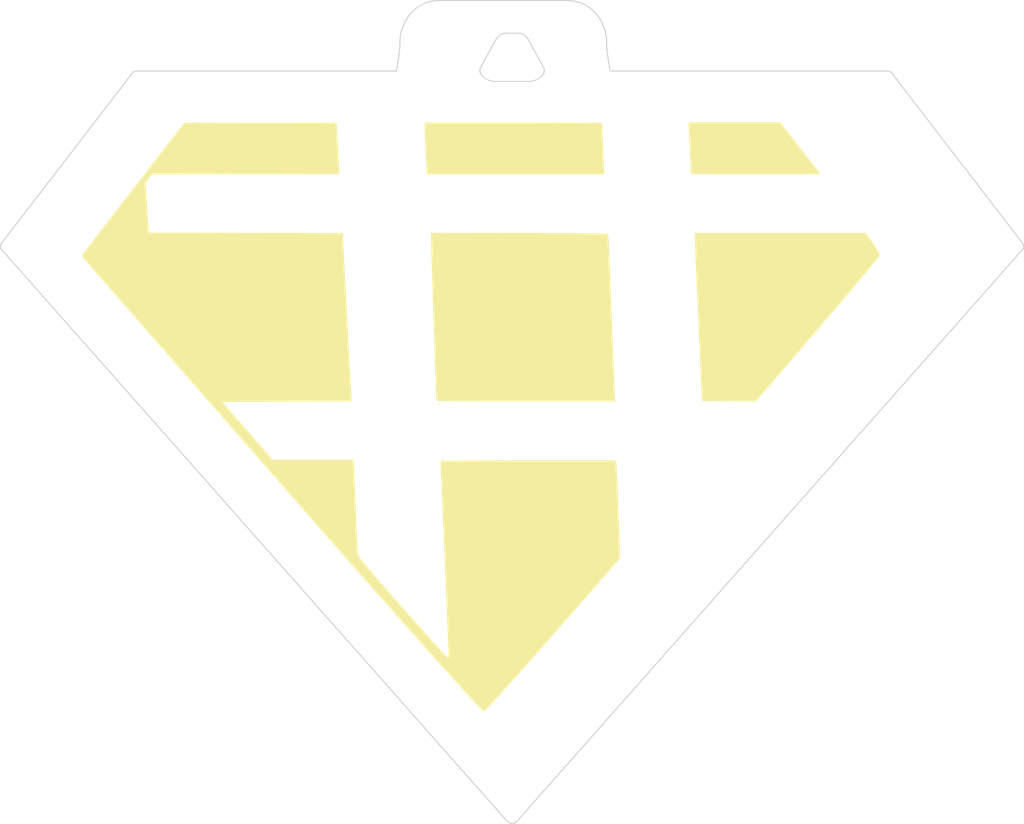
<source format=kicad_pcb>
(kicad_pcb (version 20171130) (host pcbnew "(5.0.0)")

  (general
    (thickness 1.6)
    (drawings 286)
    (tracks 0)
    (zones 0)
    (modules 3)
    (nets 1)
  )

  (page A4)
  (layers
    (0 F.Cu signal)
    (31 B.Cu signal)
    (32 B.Adhes user)
    (33 F.Adhes user)
    (34 B.Paste user)
    (35 F.Paste user)
    (36 B.SilkS user)
    (37 F.SilkS user)
    (38 B.Mask user)
    (39 F.Mask user)
    (40 Dwgs.User user)
    (41 Cmts.User user)
    (42 Eco1.User user)
    (43 Eco2.User user)
    (44 Edge.Cuts user)
    (45 Margin user)
    (46 B.CrtYd user)
    (47 F.CrtYd user)
    (48 B.Fab user)
    (49 F.Fab user)
  )

  (setup
    (last_trace_width 0.25)
    (trace_clearance 0.2)
    (zone_clearance 0.508)
    (zone_45_only no)
    (trace_min 0.2)
    (segment_width 0.2)
    (edge_width 0.15)
    (via_size 0.6)
    (via_drill 0.4)
    (via_min_size 0.4)
    (via_min_drill 0.3)
    (uvia_size 0.3)
    (uvia_drill 0.1)
    (uvias_allowed no)
    (uvia_min_size 0.2)
    (uvia_min_drill 0.1)
    (pcb_text_width 0.3)
    (pcb_text_size 1.5 1.5)
    (mod_edge_width 0.15)
    (mod_text_size 1 1)
    (mod_text_width 0.15)
    (pad_size 1.524 1.524)
    (pad_drill 0.762)
    (pad_to_mask_clearance 0.2)
    (aux_axis_origin 0 0)
    (visible_elements 7FFFFFFF)
    (pcbplotparams
      (layerselection 0x010f0_80000001)
      (usegerberextensions false)
      (usegerberattributes false)
      (usegerberadvancedattributes false)
      (creategerberjobfile false)
      (excludeedgelayer true)
      (linewidth 0.100000)
      (plotframeref false)
      (viasonmask false)
      (mode 1)
      (useauxorigin false)
      (hpglpennumber 1)
      (hpglpenspeed 20)
      (hpglpendiameter 15.000000)
      (psnegative false)
      (psa4output false)
      (plotreference true)
      (plotvalue true)
      (plotinvisibletext false)
      (padsonsilk false)
      (subtractmaskfromsilk false)
      (outputformat 1)
      (mirror false)
      (drillshape 1)
      (scaleselection 1)
      (outputdirectory "gerbers/"))
  )

  (net 0 "")

  (net_class Default "This is the default net class."
    (clearance 0.2)
    (trace_width 0.25)
    (via_dia 0.6)
    (via_drill 0.4)
    (uvia_dia 0.3)
    (uvia_drill 0.1)
  )

  (module LOGO (layer F.Cu) (tedit 0) (tstamp 0)
    (at 0 0)
    (fp_text reference G*** (at 0 0) (layer F.SilkS) hide
      (effects (font (size 1.524 1.524) (thickness 0.3)))
    )
    (fp_text value LOGO (at 0.75 0) (layer F.SilkS) hide
      (effects (font (size 1.524 1.524) (thickness 0.3)))
    )
  )

  (module LOGO (layer F.Cu) (tedit 0) (tstamp 0)
    (at 0 0)
    (fp_text reference G*** (at 0 0) (layer F.SilkS) hide
      (effects (font (size 1.524 1.524) (thickness 0.3)))
    )
    (fp_text value LOGO (at 0.75 0) (layer F.SilkS) hide
      (effects (font (size 1.524 1.524) (thickness 0.3)))
    )
    (fp_poly (pts (xy 2.077797 23.050136) (xy 2.123608 23.092292) (xy 2.205722 23.190547) (xy 2.313044 23.330847)
      (xy 2.434475 23.499137) (xy 2.451283 23.523147) (xy 2.764733 23.972549) (xy 3.029271 23.68776)
      (xy 3.16315 23.546695) (xy 3.259692 23.465567) (xy 3.33952 23.442595) (xy 3.423257 23.476)
      (xy 3.531527 23.564) (xy 3.611667 23.637484) (xy 3.694858 23.721119) (xy 3.735156 23.792071)
      (xy 3.729042 23.867049) (xy 3.673 23.962761) (xy 3.56351 24.095915) (xy 3.499998 24.167858)
      (xy 3.35756 24.325738) (xy 3.263517 24.435029) (xy 3.214862 24.514421) (xy 3.208588 24.582604)
      (xy 3.241687 24.658266) (xy 3.311153 24.760098) (xy 3.387366 24.867862) (xy 3.487372 25.008185)
      (xy 3.570841 25.117295) (xy 3.625561 25.179601) (xy 3.638437 25.188334) (xy 3.677931 25.158677)
      (xy 3.75807 25.079494) (xy 3.86431 24.965466) (xy 3.91105 24.913167) (xy 4.02697 24.788709)
      (xy 4.126955 24.69357) (xy 4.194864 24.642653) (xy 4.209023 24.638) (xy 4.266618 24.665149)
      (xy 4.362487 24.735954) (xy 4.464007 24.824337) (xy 4.553155 24.908459) (xy 4.608156 24.974843)
      (xy 4.625434 25.037939) (xy 4.601409 25.112199) (xy 4.532504 25.21207) (xy 4.41514 25.352003)
      (xy 4.300877 25.483088) (xy 4.025354 25.79901) (xy 4.122164 25.927588) (xy 4.253614 26.106434)
      (xy 4.383613 26.290725) (xy 4.502638 26.466086) (xy 4.601165 26.618146) (xy 4.669671 26.73253)
      (xy 4.698634 26.794866) (xy 4.699 26.798194) (xy 4.670688 26.871289) (xy 4.599565 26.972875)
      (xy 4.506348 27.079822) (xy 4.411755 27.169001) (xy 4.336505 27.217282) (xy 4.320881 27.220334)
      (xy 4.260166 27.184181) (xy 4.161782 27.078686) (xy 4.029585 26.908289) (xy 3.935005 26.775834)
      (xy 3.81666 26.608794) (xy 3.714919 26.470405) (xy 3.639701 26.373784) (xy 3.600924 26.33205)
      (xy 3.598927 26.331334) (xy 3.54329 26.362178) (xy 3.466182 26.437808) (xy 3.388303 26.532869)
      (xy 3.330351 26.622004) (xy 3.313026 26.679858) (xy 3.31343 26.681059) (xy 3.345598 26.737066)
      (xy 3.416605 26.846311) (xy 3.516044 26.993162) (xy 3.633505 27.161989) (xy 3.63653 27.166281)
      (xy 3.752452 27.336236) (xy 3.847604 27.48623) (xy 3.912333 27.600291) (xy 3.936981 27.662446)
      (xy 3.937 27.663279) (xy 3.906804 27.752244) (xy 3.831255 27.861602) (xy 3.732913 27.966669)
      (xy 3.634341 28.042764) (xy 3.568674 28.066237) (xy 3.514934 28.048516) (xy 3.445481 27.988533)
      (xy 3.35218 27.877256) (xy 3.226895 27.70565) (xy 3.16904 27.6225) (xy 3.051257 27.455094)
      (xy 2.949253 27.316506) (xy 2.873085 27.219946) (xy 2.832811 27.178626) (xy 2.830684 27.178)
      (xy 2.784689 27.208809) (xy 2.738643 27.263888) (xy 2.667095 27.354957) (xy 2.570317 27.464551)
      (xy 2.4661 27.574268) (xy 2.372236 27.665706) (xy 2.306515 27.720461) (xy 2.28963 27.728334)
      (xy 2.230831 27.699643) (xy 2.139013 27.627204) (xy 2.035391 27.531467) (xy 1.94118 27.432881)
      (xy 1.877595 27.351895) (xy 1.862667 27.316772) (xy 1.889556 27.258485) (xy 1.961824 27.155578)
      (xy 2.066876 27.025133) (xy 2.137834 26.943621) (xy 2.255722 26.807328) (xy 2.348366 26.691515)
      (xy 2.40331 26.612234) (xy 2.413 26.589024) (xy 2.390138 26.53522) (xy 2.328964 26.43107)
      (xy 2.240599 26.294967) (xy 2.194174 26.227113) (xy 1.975348 25.912347) (xy 1.802591 26.11105)
      (xy 1.647047 26.286725) (xy 1.535357 26.404414) (xy 1.458811 26.472504) (xy 1.408698 26.499383)
      (xy 1.397979 26.500667) (xy 1.338372 26.472051) (xy 1.246029 26.399878) (xy 1.14238 26.304657)
      (xy 1.048854 26.206899) (xy 0.98688 26.127113) (xy 0.973667 26.094558) (xy 1.000301 26.041137)
      (xy 1.072332 25.940903) (xy 1.177951 25.809457) (xy 1.27444 25.697129) (xy 1.540236 25.395986)
      (xy 2.397093 25.395986) (xy 2.627296 25.735272) (xy 2.72832 25.880503) (xy 2.812681 25.994988)
      (xy 2.868819 26.063396) (xy 2.884151 26.075946) (xy 2.923454 26.04664) (xy 2.996487 25.969696)
      (xy 3.057975 25.897417) (xy 3.205148 25.7175) (xy 2.972187 25.385676) (xy 2.739227 25.053852)
      (xy 2.397093 25.395986) (xy 1.540236 25.395986) (xy 1.575213 25.356358) (xy 1.500562 25.240596)
      (xy 1.444134 25.156423) (xy 1.3534 25.024675) (xy 1.24316 24.866747) (xy 1.175335 24.770478)
      (xy 1.068138 24.616671) (xy 0.97962 24.485523) (xy 0.921285 24.394315) (xy 0.904829 24.364188)
      (xy 0.918224 24.298044) (xy 0.979064 24.201685) (xy 1.067895 24.096793) (xy 1.165265 24.005049)
      (xy 1.25172 23.948134) (xy 1.28587 23.9395) (xy 1.341892 23.961733) (xy 1.420165 24.033331)
      (xy 1.527366 24.161644) (xy 1.67017 24.354019) (xy 1.698898 24.394229) (xy 2.022382 24.848958)
      (xy 2.175684 24.661873) (xy 2.328987 24.474787) (xy 1.984388 23.982) (xy 1.848614 23.786075)
      (xy 1.75614 23.645998) (xy 1.700688 23.548985) (xy 1.675982 23.48225) (xy 1.675747 23.433007)
      (xy 1.693357 23.389122) (xy 1.768685 23.279062) (xy 1.867094 23.173594) (xy 1.967823 23.091025)
      (xy 2.050111 23.049664) (xy 2.077797 23.050136)) (layer F.Mask) (width 0.01))
    (fp_poly (pts (xy 5.954266 20.884298) (xy 6.19577 20.92982) (xy 6.213348 20.934889) (xy 6.416603 21.018375)
      (xy 6.650131 21.151004) (xy 6.890315 21.31662) (xy 7.113537 21.499062) (xy 7.281996 21.666058)
      (xy 7.414915 21.833158) (xy 7.545349 22.026714) (xy 7.632872 22.181599) (xy 7.740469 22.479931)
      (xy 7.789462 22.804142) (xy 7.778155 23.126665) (xy 7.70853 23.410334) (xy 7.56621 23.682226)
      (xy 7.361505 23.932027) (xy 7.116618 24.134092) (xy 7.042734 24.179267) (xy 6.922973 24.256439)
      (xy 6.840694 24.327784) (xy 6.815667 24.370706) (xy 6.787968 24.440019) (xy 6.716884 24.543528)
      (xy 6.620434 24.660833) (xy 6.516635 24.771534) (xy 6.423507 24.855231) (xy 6.359068 24.891522)
      (xy 6.355441 24.891767) (xy 6.31133 24.864604) (xy 6.20975 24.786608) (xy 6.056786 24.662885)
      (xy 5.858524 24.498542) (xy 5.62105 24.298684) (xy 5.350451 24.068417) (xy 5.052812 23.812847)
      (xy 4.734218 23.53708) (xy 4.561417 23.386634) (xy 4.235751 23.10149) (xy 3.930157 22.831895)
      (xy 3.766504 22.68634) (xy 5.04328 22.68634) (xy 5.078445 22.726874) (xy 5.165699 22.810831)
      (xy 5.292996 22.927693) (xy 5.448291 23.066941) (xy 5.619538 23.218057) (xy 5.794692 23.370522)
      (xy 5.961708 23.51382) (xy 6.10854 23.63743) (xy 6.223142 23.730836) (xy 6.29347 23.783519)
      (xy 6.308714 23.791334) (xy 6.356793 23.76824) (xy 6.446834 23.70953) (xy 6.502399 23.669785)
      (xy 6.733848 23.469484) (xy 6.902973 23.258848) (xy 7.002562 23.048576) (xy 7.027334 22.890838)
      (xy 6.990488 22.713902) (xy 6.888865 22.517697) (xy 6.735839 22.315529) (xy 6.544781 22.120705)
      (xy 6.329063 21.94653) (xy 6.102059 21.806313) (xy 5.877141 21.713359) (xy 5.831773 21.701173)
      (xy 5.662639 21.701533) (xy 5.494667 21.775666) (xy 5.339061 21.913272) (xy 5.207025 22.104056)
      (xy 5.109762 22.337718) (xy 5.099231 22.374475) (xy 5.064415 22.51839) (xy 5.04448 22.63193)
      (xy 5.04328 22.68634) (xy 3.766504 22.68634) (xy 3.650473 22.583141) (xy 3.402541 22.360519)
      (xy 3.192201 22.169322) (xy 3.025292 22.014839) (xy 2.907655 21.902363) (xy 2.84513 21.837185)
      (xy 2.836334 21.823645) (xy 2.865203 21.751684) (xy 2.939456 21.6465) (xy 3.040563 21.52818)
      (xy 3.14999 21.416812) (xy 3.249208 21.332484) (xy 3.319685 21.295285) (xy 3.324073 21.294934)
      (xy 3.386445 21.321682) (xy 3.499627 21.397237) (xy 3.652107 21.513092) (xy 3.832375 21.660741)
      (xy 3.91674 21.732903) (xy 4.423834 22.172139) (xy 4.477649 21.936292) (xy 4.584779 21.638592)
      (xy 4.757651 21.364573) (xy 4.981042 21.13323) (xy 5.239732 20.963558) (xy 5.267733 20.950361)
      (xy 5.459471 20.895072) (xy 5.698574 20.872883) (xy 5.954266 20.884298)) (layer F.Mask) (width 0.01))
    (fp_poly (pts (xy 8.407214 18.317835) (xy 8.545955 18.38325) (xy 8.642865 18.445589) (xy 8.784485 18.550366)
      (xy 8.961152 18.689219) (xy 9.163203 18.853789) (xy 9.380973 19.035717) (xy 9.6048 19.226642)
      (xy 9.82502 19.418204) (xy 10.031969 19.602044) (xy 10.215984 19.769801) (xy 10.367402 19.913116)
      (xy 10.476558 20.023628) (xy 10.533791 20.092978) (xy 10.540033 20.108334) (xy 10.513363 20.168916)
      (xy 10.443065 20.271052) (xy 10.343344 20.39446) (xy 10.324416 20.416175) (xy 10.202381 20.546898)
      (xy 10.113085 20.620475) (xy 10.040098 20.648686) (xy 9.999725 20.649009) (xy 9.925308 20.652556)
      (xy 9.88381 20.698424) (xy 9.856502 20.796423) (xy 9.815914 20.931001) (xy 9.752228 21.088716)
      (xy 9.719887 21.156256) (xy 9.53532 21.443894) (xy 9.311074 21.672074) (xy 9.057173 21.835867)
      (xy 8.783642 21.930346) (xy 8.500507 21.950582) (xy 8.221343 21.892916) (xy 7.938805 21.75464)
      (xy 7.706891 21.554595) (xy 7.543139 21.33253) (xy 7.470378 21.206632) (xy 7.429706 21.105506)
      (xy 7.413478 20.996159) (xy 7.414051 20.845598) (xy 7.416433 20.785667) (xy 7.430762 20.685164)
      (xy 8.207418 20.685164) (xy 8.240883 20.86178) (xy 8.334381 21.001245) (xy 8.4104 21.056031)
      (xy 8.556961 21.112722) (xy 8.687308 21.104257) (xy 8.823997 21.026544) (xy 8.892944 20.968471)
      (xy 9.078561 20.760035) (xy 9.200801 20.519432) (xy 9.262042 20.284607) (xy 9.302327 20.062963)
      (xy 9.066547 19.852815) (xy 8.949677 19.751509) (xy 8.857588 19.676981) (xy 8.807812 19.64332)
      (xy 8.805048 19.642667) (xy 8.770606 19.674751) (xy 8.701252 19.75949) (xy 8.609811 19.879615)
      (xy 8.509111 20.017858) (xy 8.411979 20.15695) (xy 8.331241 20.279623) (xy 8.32757 20.285488)
      (xy 8.235731 20.487649) (xy 8.207418 20.685164) (xy 7.430762 20.685164) (xy 7.45728 20.499184)
      (xy 7.558284 20.203062) (xy 7.723916 19.887319) (xy 7.958642 19.541973) (xy 7.994376 19.4945)
      (xy 8.110575 19.338925) (xy 8.180343 19.235487) (xy 8.210307 19.170345) (xy 8.207093 19.129658)
      (xy 8.181852 19.102917) (xy 8.049062 19.053016) (xy 7.889548 19.081125) (xy 7.707551 19.186453)
      (xy 7.698961 19.192949) (xy 7.548417 19.325823) (xy 7.409566 19.490283) (xy 7.271247 19.70185)
      (xy 7.122299 19.976046) (xy 7.090834 20.038598) (xy 7.010338 20.191567) (xy 6.938519 20.312538)
      (xy 6.886574 20.383269) (xy 6.872781 20.393811) (xy 6.817033 20.375842) (xy 6.720277 20.314616)
      (xy 6.602283 20.22582) (xy 6.482823 20.125138) (xy 6.381668 20.028259) (xy 6.322658 19.957342)
      (xy 6.300647 19.910942) (xy 6.300966 19.856433) (xy 6.329326 19.777722) (xy 6.391437 19.658713)
      (xy 6.487571 19.49254) (xy 6.665463 19.222838) (xy 6.872511 18.961629) (xy 7.093652 18.724614)
      (xy 7.313823 18.527494) (xy 7.517958 18.385971) (xy 7.580181 18.353705) (xy 7.862056 18.259511)
      (xy 8.134159 18.247445) (xy 8.407214 18.317835)) (layer F.Mask) (width 0.01))
    (fp_poly (pts (xy 9.487099 14.316196) (xy 9.522196 14.337887) (xy 9.574924 14.379209) (xy 9.683608 14.469688)
      (xy 9.840557 14.602648) (xy 10.038077 14.771411) (xy 10.268477 14.969302) (xy 10.524064 15.189644)
      (xy 10.797146 15.425762) (xy 11.080031 15.670978) (xy 11.365025 15.918617) (xy 11.644438 16.162003)
      (xy 11.910576 16.394459) (xy 12.155748 16.609309) (xy 12.372261 16.799877) (xy 12.552422 16.959486)
      (xy 12.688539 17.081461) (xy 12.772921 17.159124) (xy 12.774084 17.160233) (xy 12.870624 17.256993)
      (xy 12.935926 17.331275) (xy 12.954 17.361308) (xy 12.928465 17.405234) (xy 12.860684 17.495677)
      (xy 12.763898 17.615203) (xy 12.735671 17.648828) (xy 12.598278 17.799027) (xy 12.49323 17.881669)
      (xy 12.409902 17.902152) (xy 12.33767 17.865873) (xy 12.327467 17.8562) (xy 12.293151 17.839516)
      (xy 12.278492 17.889245) (xy 12.276633 17.95145) (xy 12.240103 18.160491) (xy 12.140147 18.384822)
      (xy 11.99108 18.606199) (xy 11.807218 18.806377) (xy 11.602878 18.967113) (xy 11.401047 19.067271)
      (xy 11.136993 19.122113) (xy 10.843091 19.125769) (xy 10.556365 19.07898) (xy 10.457812 19.048421)
      (xy 10.14349 18.901025) (xy 9.829501 18.692113) (xy 9.540577 18.441247) (xy 9.301454 18.167986)
      (xy 9.24763 18.091389) (xy 9.069323 17.75648) (xy 8.967727 17.412814) (xy 8.942914 17.092668)
      (xy 9.736667 17.092668) (xy 9.775171 17.307163) (xy 9.882276 17.531879) (xy 10.045376 17.753092)
      (xy 10.251863 17.95708) (xy 10.489127 18.130118) (xy 10.744563 18.258482) (xy 10.837334 18.290746)
      (xy 10.939475 18.31918) (xy 11.007679 18.321603) (xy 11.088867 18.297114) (xy 11.120328 18.285307)
      (xy 11.309629 18.171908) (xy 11.472405 17.994423) (xy 11.595131 17.77243) (xy 11.664284 17.525507)
      (xy 11.668776 17.491355) (xy 11.691209 17.293167) (xy 11.071011 16.753757) (xy 10.450812 16.214348)
      (xy 10.327144 16.278299) (xy 10.103491 16.427958) (xy 9.922693 16.616353) (xy 9.797122 16.826421)
      (xy 9.739149 17.0411) (xy 9.736667 17.092668) (xy 8.942914 17.092668) (xy 8.941173 17.070216)
      (xy 8.987991 16.738514) (xy 9.106512 16.427534) (xy 9.295068 16.147103) (xy 9.551988 15.907047)
      (xy 9.627701 15.853834) (xy 9.734195 15.778569) (xy 9.804236 15.719993) (xy 9.820403 15.69817)
      (xy 9.790592 15.661426) (xy 9.70812 15.580289) (xy 9.584496 15.465597) (xy 9.431228 15.328192)
      (xy 9.376834 15.280349) (xy 9.215809 15.135558) (xy 9.080792 15.006886) (xy 8.983434 14.905997)
      (xy 8.935391 14.844561) (xy 8.932334 14.835337) (xy 8.958705 14.777036) (xy 9.026596 14.67837)
      (xy 9.11917 14.560319) (xy 9.219593 14.443863) (xy 9.311028 14.34998) (xy 9.346292 14.319478)
      (xy 9.410527 14.290618) (xy 9.487099 14.316196)) (layer F.Mask) (width 0.01))
    (fp_poly (pts (xy 12.833513 12.388309) (xy 12.934812 12.464346) (xy 13.082236 12.582107) (xy 13.267272 12.734257)
      (xy 13.481407 12.913459) (xy 13.716129 13.112379) (xy 13.962925 13.323679) (xy 14.213282 13.540023)
      (xy 14.458689 13.754077) (xy 14.690632 13.958503) (xy 14.900599 14.145965) (xy 15.080078 14.309129)
      (xy 15.220556 14.440656) (xy 15.31352 14.533213) (xy 15.335642 14.557855) (xy 15.551908 14.866617)
      (xy 15.683598 15.177028) (xy 15.730801 15.489992) (xy 15.693605 15.806411) (xy 15.572099 16.127191)
      (xy 15.501215 16.254767) (xy 15.38329 16.426329) (xy 15.232902 16.610628) (xy 15.062752 16.795621)
      (xy 14.885542 16.969267) (xy 14.713975 17.119523) (xy 14.560753 17.234347) (xy 14.438577 17.301698)
      (xy 14.383573 17.314334) (xy 14.325803 17.287692) (xy 14.226255 17.217282) (xy 14.104791 17.117376)
      (xy 14.084284 17.099281) (xy 13.968041 16.98604) (xy 13.88249 16.884336) (xy 13.843771 16.813732)
      (xy 13.843 16.806851) (xy 13.880435 16.741428) (xy 13.990159 16.642426) (xy 14.168298 16.513252)
      (xy 14.204156 16.489169) (xy 14.502356 16.264584) (xy 14.724377 16.039783) (xy 14.868873 15.817814)
      (xy 14.934498 15.601722) (xy 14.919907 15.394554) (xy 14.823754 15.199359) (xy 14.791749 15.158596)
      (xy 14.696073 15.05967) (xy 14.63607 15.035267) (xy 14.608108 15.084921) (xy 14.605 15.134628)
      (xy 14.570755 15.303334) (xy 14.477521 15.497351) (xy 14.339545 15.699508) (xy 14.171079 15.892639)
      (xy 13.986372 16.059574) (xy 13.799673 16.183144) (xy 13.697876 16.227578) (xy 13.381482 16.294901)
      (xy 13.06081 16.282199) (xy 12.731601 16.188646) (xy 12.389597 16.013416) (xy 12.301996 15.957016)
      (xy 11.982415 15.712805) (xy 11.733453 15.450849) (xy 11.541093 15.155692) (xy 11.498172 15.070667)
      (xy 11.436384 14.933947) (xy 11.397589 14.818812) (xy 11.376529 14.697364) (xy 11.367947 14.541707)
      (xy 11.366533 14.372167) (xy 11.366903 14.339936) (xy 12.137697 14.339936) (xy 12.166426 14.533895)
      (xy 12.268998 14.755009) (xy 12.434614 14.976283) (xy 12.643902 15.178485) (xy 12.87749 15.342385)
      (xy 13.07396 15.434849) (xy 13.209914 15.478045) (xy 13.307702 15.487582) (xy 13.406789 15.463596)
      (xy 13.47592 15.436256) (xy 13.659721 15.315762) (xy 13.81734 15.124549) (xy 13.940642 14.874617)
      (xy 14.006116 14.65403) (xy 14.044476 14.483303) (xy 13.451938 13.9657) (xy 12.859399 13.448096)
      (xy 12.726783 13.52073) (xy 12.476561 13.69195) (xy 12.291651 13.891563) (xy 12.177036 14.110561)
      (xy 12.137697 14.339936) (xy 11.366903 14.339936) (xy 11.368864 14.169165) (xy 11.378956 14.025128)
      (xy 11.401509 13.914411) (xy 11.441228 13.811368) (xy 11.485598 13.722764) (xy 11.657243 13.455636)
      (xy 11.8652 13.226213) (xy 12.089431 13.055963) (xy 12.12844 13.034071) (xy 12.237535 12.965893)
      (xy 12.30649 12.902993) (xy 12.319 12.876158) (xy 12.347279 12.807059) (xy 12.419828 12.704245)
      (xy 12.518215 12.587998) (xy 12.62401 12.478599) (xy 12.71878 12.396331) (xy 12.784096 12.361475)
      (xy 12.78685 12.361334) (xy 12.833513 12.388309)) (layer F.Mask) (width 0.01))
    (fp_poly (pts (xy 15.484493 10.016818) (xy 15.635327 10.035826) (xy 15.767801 10.074937) (xy 15.875 10.12115)
      (xy 16.022879 10.202207) (xy 16.183688 10.308856) (xy 16.341314 10.427934) (xy 16.479645 10.546278)
      (xy 16.582569 10.650725) (xy 16.633973 10.728112) (xy 16.636943 10.743627) (xy 16.610059 10.794104)
      (xy 16.534402 10.898592) (xy 16.417414 11.047791) (xy 16.266537 11.232403) (xy 16.089216 11.443127)
      (xy 15.918178 11.641667) (xy 15.724907 11.865772) (xy 15.552301 12.069985) (xy 15.407596 12.245409)
      (xy 15.298029 12.38315) (xy 15.230835 12.474311) (xy 15.21255 12.509112) (xy 15.27346 12.580788)
      (xy 15.394729 12.64433) (xy 15.552059 12.690233) (xy 15.721152 12.70899) (xy 15.723504 12.709015)
      (xy 15.983623 12.669801) (xy 16.228697 12.549269) (xy 16.453062 12.350247) (xy 16.461601 12.340608)
      (xy 16.570577 12.20478) (xy 16.658384 12.06342) (xy 16.733147 11.897949) (xy 16.802988 11.689782)
      (xy 16.876034 11.420339) (xy 16.892124 11.355917) (xy 16.934271 11.239338) (xy 16.994036 11.184714)
      (xy 17.080639 11.192817) (xy 17.203297 11.264418) (xy 17.365762 11.395546) (xy 17.492505 11.508225)
      (xy 17.565992 11.586559) (xy 17.598297 11.650055) (xy 17.601497 11.718224) (xy 17.595035 11.765963)
      (xy 17.565427 11.871567) (xy 17.506834 12.025487) (xy 17.429745 12.201139) (xy 17.393552 12.276667)
      (xy 17.203655 12.595525) (xy 16.965862 12.890195) (xy 16.697654 13.142555) (xy 16.416514 13.334487)
      (xy 16.330703 13.378305) (xy 15.994107 13.493724) (xy 15.651192 13.531667) (xy 15.317201 13.490636)
      (xy 15.282334 13.481425) (xy 14.991645 13.366494) (xy 14.694597 13.18954) (xy 14.41374 12.968119)
      (xy 14.171626 12.719786) (xy 14.005163 12.48723) (xy 13.848255 12.14192) (xy 13.773053 11.788009)
      (xy 13.776135 11.582927) (xy 14.496641 11.582927) (xy 14.537292 11.782312) (xy 14.593583 11.911513)
      (xy 14.641452 11.989775) (xy 14.680353 11.99879) (xy 14.707669 11.975013) (xy 14.752795 11.924111)
      (xy 14.842651 11.821909) (xy 14.966287 11.680893) (xy 15.112752 11.513544) (xy 15.19929 11.414551)
      (xy 15.364052 11.224854) (xy 15.479002 11.08806) (xy 15.550714 10.993919) (xy 15.585764 10.932178)
      (xy 15.590729 10.892586) (xy 15.572186 10.86489) (xy 15.558742 10.854173) (xy 15.418819 10.790179)
      (xy 15.244239 10.760383) (xy 15.081528 10.772449) (xy 14.964671 10.831663) (xy 14.829948 10.943973)
      (xy 14.697867 11.087003) (xy 14.588936 11.238377) (xy 14.523664 11.37572) (xy 14.521446 11.383537)
      (xy 14.496641 11.582927) (xy 13.776135 11.582927) (xy 13.778371 11.434141) (xy 13.863024 11.088958)
      (xy 14.025825 10.761103) (xy 14.265589 10.45922) (xy 14.286297 10.438211) (xy 14.505055 10.242909)
      (xy 14.713777 10.114055) (xy 14.937379 10.040984) (xy 15.200778 10.01303) (xy 15.282334 10.011834)
      (xy 15.484493 10.016818)) (layer F.Mask) (width 0.01))
    (fp_poly (pts (xy 17.221157 5.744207) (xy 17.325767 5.822111) (xy 17.478007 5.943825) (xy 17.670549 6.102911)
      (xy 17.896068 6.29293) (xy 18.147235 6.507446) (xy 18.416725 6.740019) (xy 18.697209 6.984211)
      (xy 18.981362 7.233585) (xy 19.261855 7.481702) (xy 19.531362 7.722125) (xy 19.782557 7.948414)
      (xy 20.008111 8.154133) (xy 20.200698 8.332843) (xy 20.352991 8.478105) (xy 20.457664 8.583482)
      (xy 20.507388 8.642536) (xy 20.5105 8.650469) (xy 20.483822 8.718859) (xy 20.415273 8.826058)
      (xy 20.322086 8.950252) (xy 20.22149 9.069624) (xy 20.130716 9.162357) (xy 20.072945 9.204473)
      (xy 20.044291 9.213789) (xy 20.012146 9.212174) (xy 19.968325 9.193535) (xy 19.90464 9.151776)
      (xy 19.812906 9.080803) (xy 19.684935 8.974521) (xy 19.51254 8.826837) (xy 19.287536 8.631655)
      (xy 19.193179 8.549546) (xy 18.987268 8.371388) (xy 18.802564 8.213638) (xy 18.648621 8.084288)
      (xy 18.534993 7.99133) (xy 18.471234 7.942754) (xy 18.461455 7.9375) (xy 18.423978 7.967461)
      (xy 18.343034 8.049052) (xy 18.230507 8.169839) (xy 18.098282 8.317386) (xy 18.097301 8.3185)
      (xy 17.931043 8.507195) (xy 17.75231 8.709905) (xy 17.586861 8.897426) (xy 17.49793 8.998141)
      (xy 17.234103 9.296782) (xy 17.993885 9.962101) (xy 18.207116 10.151178) (xy 18.39723 10.324275)
      (xy 18.555386 10.472969) (xy 18.672743 10.588837) (xy 18.740459 10.663458) (xy 18.753667 10.685871)
      (xy 18.726336 10.751522) (xy 18.655557 10.854131) (xy 18.558148 10.97455) (xy 18.450928 11.093627)
      (xy 18.350716 11.192215) (xy 18.274331 11.251164) (xy 18.249588 11.259794) (xy 18.20485 11.232533)
      (xy 18.103214 11.154794) (xy 17.951287 11.032097) (xy 17.755675 10.869962) (xy 17.522983 10.673908)
      (xy 17.259819 10.449457) (xy 16.972786 10.202128) (xy 16.7005 9.965396) (xy 16.309498 9.624178)
      (xy 15.977437 9.334428) (xy 15.699676 9.091704) (xy 15.471573 8.891567) (xy 15.288488 8.729576)
      (xy 15.145777 8.601291) (xy 15.038801 8.502271) (xy 14.962918 8.428075) (xy 14.913486 8.374263)
      (xy 14.885864 8.336394) (xy 14.875411 8.310029) (xy 14.877484 8.290726) (xy 14.887444 8.274045)
      (xy 14.900648 8.255545) (xy 14.905191 8.247791) (xy 14.969545 8.152638) (xy 15.065811 8.037724)
      (xy 15.175785 7.921595) (xy 15.281261 7.822797) (xy 15.364035 7.759876) (xy 15.39678 7.747)
      (xy 15.446909 7.773718) (xy 15.548752 7.847875) (xy 15.690907 7.960471) (xy 15.861973 8.102509)
      (xy 16.027036 8.244417) (xy 16.212198 8.405169) (xy 16.375862 8.545539) (xy 16.50721 8.656387)
      (xy 16.595421 8.72857) (xy 16.628865 8.752883) (xy 16.665625 8.726116) (xy 16.746448 8.645585)
      (xy 16.861389 8.522728) (xy 17.000504 8.368987) (xy 17.153849 8.195803) (xy 17.311479 8.014615)
      (xy 17.46345 7.836863) (xy 17.599819 7.67399) (xy 17.71064 7.537433) (xy 17.785971 7.438635)
      (xy 17.815866 7.389036) (xy 17.815967 7.387167) (xy 17.783575 7.344772) (xy 17.699065 7.259429)
      (xy 17.574813 7.143045) (xy 17.423195 7.007525) (xy 17.403642 6.990449) (xy 17.16215 6.779785)
      (xy 16.977625 6.617109) (xy 16.843163 6.494829) (xy 16.751861 6.405355) (xy 16.696816 6.341095)
      (xy 16.671124 6.294457) (xy 16.667883 6.25785) (xy 16.680188 6.223682) (xy 16.689829 6.205481)
      (xy 16.767009 6.088851) (xy 16.871006 5.963258) (xy 16.983599 5.847196) (xy 17.086565 5.759161)
      (xy 17.161686 5.717649) (xy 17.171504 5.716551) (xy 17.221157 5.744207)) (layer F.Mask) (width 0.01))
    (fp_poly (pts (xy 20.587367 4.078657) (xy 20.706769 4.107919) (xy 20.834315 4.162399) (xy 20.978794 4.247354)
      (xy 21.148991 4.368039) (xy 21.353696 4.52971) (xy 21.601694 4.737625) (xy 21.901773 4.997038)
      (xy 21.949834 5.038981) (xy 22.182675 5.242975) (xy 22.394962 5.430145) (xy 22.578203 5.592907)
      (xy 22.723903 5.723678) (xy 22.82357 5.814875) (xy 22.868708 5.858914) (xy 22.869935 5.860489)
      (xy 22.895117 5.914479) (xy 22.887385 5.974066) (xy 22.838937 6.055153) (xy 22.741968 6.173647)
      (xy 22.684015 6.23938) (xy 22.561982 6.369019) (xy 22.474285 6.441321) (xy 22.405374 6.467358)
      (xy 22.366564 6.465377) (xy 22.300344 6.464575) (xy 22.258437 6.507507) (xy 22.222395 6.613705)
      (xy 22.220758 6.619754) (xy 22.108622 6.919134) (xy 21.945442 7.196332) (xy 21.7454 7.432266)
      (xy 21.522673 7.607853) (xy 21.461035 7.642163) (xy 21.246855 7.721816) (xy 21.007298 7.765682)
      (xy 20.77945 7.768641) (xy 20.672721 7.751017) (xy 20.486155 7.678993) (xy 20.287558 7.564355)
      (xy 20.114634 7.430604) (xy 20.047272 7.361178) (xy 19.895652 7.153394) (xy 19.808464 6.955363)
      (xy 19.775292 6.737256) (xy 19.776861 6.586699) (xy 19.799496 6.411363) (xy 20.577778 6.411363)
      (xy 20.583071 6.604934) (xy 20.657412 6.771947) (xy 20.697744 6.818923) (xy 20.837091 6.919857)
      (xy 20.978971 6.940902) (xy 21.13132 6.881602) (xy 21.253952 6.787098) (xy 21.405218 6.629072)
      (xy 21.511777 6.458887) (xy 21.590492 6.246589) (xy 21.619141 6.138334) (xy 21.675903 5.9055)
      (xy 21.431868 5.683327) (xy 21.313363 5.578308) (xy 21.219048 5.500049) (xy 21.165893 5.462492)
      (xy 21.161371 5.461077) (xy 21.126362 5.493902) (xy 21.058094 5.580863) (xy 20.968602 5.704559)
      (xy 20.869916 5.847591) (xy 20.77407 5.992559) (xy 20.693097 6.122064) (xy 20.64324 6.210315)
      (xy 20.577778 6.411363) (xy 19.799496 6.411363) (xy 19.806404 6.357859) (xy 19.874861 6.128184)
      (xy 19.988726 5.883231) (xy 20.154497 5.608553) (xy 20.330691 5.355167) (xy 20.60747 4.974167)
      (xy 20.487768 4.914927) (xy 20.382599 4.878406) (xy 20.282408 4.892635) (xy 20.237883 4.909611)
      (xy 20.09526 4.999556) (xy 19.934498 5.151626) (xy 19.769257 5.349477) (xy 19.613194 5.576765)
      (xy 19.480636 5.815772) (xy 19.397028 5.977157) (xy 19.319575 6.108164) (xy 19.259533 6.190597)
      (xy 19.237515 6.208837) (xy 19.170864 6.195424) (xy 19.069 6.133478) (xy 18.950678 6.039703)
      (xy 18.834656 5.930804) (xy 18.739687 5.823484) (xy 18.684529 5.734448) (xy 18.678089 5.71061)
      (xy 18.696542 5.613811) (xy 18.761459 5.469097) (xy 18.862979 5.291768) (xy 18.991245 5.097125)
      (xy 19.136397 4.900467) (xy 19.288576 4.717095) (xy 19.384362 4.614528) (xy 19.61948 4.394223)
      (xy 19.830098 4.238806) (xy 20.032579 4.139014) (xy 20.243287 4.085582) (xy 20.337848 4.074763)
      (xy 20.467322 4.069357) (xy 20.587367 4.078657)) (layer F.Mask) (width 0.01))
    (fp_poly (pts (xy 23.136501 1.27271) (xy 23.347844 1.329972) (xy 23.645589 1.472484) (xy 23.947566 1.672095)
      (xy 24.231577 1.910316) (xy 24.475426 2.168657) (xy 24.648005 2.413) (xy 24.79805 2.74776)
      (xy 24.870867 3.090469) (xy 24.868949 3.430264) (xy 24.794786 3.756284) (xy 24.65087 4.057666)
      (xy 24.439692 4.323549) (xy 24.163744 4.54307) (xy 24.158721 4.546205) (xy 23.950837 4.675433)
      (xy 24.240793 4.930633) (xy 24.395458 5.067448) (xy 24.548738 5.204183) (xy 24.673197 5.316337)
      (xy 24.69848 5.33939) (xy 24.866211 5.492946) (xy 24.791178 5.607461) (xy 24.68814 5.747928)
      (xy 24.573149 5.879066) (xy 24.463336 5.983743) (xy 24.375832 6.044822) (xy 24.345059 6.053667)
      (xy 24.300293 6.026564) (xy 24.198152 5.948706) (xy 24.044822 5.825264) (xy 23.846492 5.661413)
      (xy 23.609348 5.462325) (xy 23.339579 5.233174) (xy 23.043373 4.979134) (xy 22.726917 4.705376)
      (xy 22.593151 4.588984) (xy 22.1676 4.216666) (xy 21.806118 3.897321) (xy 21.507573 3.629909)
      (xy 21.270836 3.413388) (xy 21.094776 3.246717) (xy 20.978263 3.128855) (xy 20.920167 3.058761)
      (xy 20.912667 3.040991) (xy 20.925363 3.005996) (xy 22.168929 3.005996) (xy 22.177137 3.059405)
      (xy 22.203521 3.114571) (xy 22.256503 3.181497) (xy 22.344505 3.270186) (xy 22.475948 3.390641)
      (xy 22.659254 3.552865) (xy 22.749628 3.632256) (xy 22.937853 3.795786) (xy 23.105328 3.937995)
      (xy 23.241373 4.050078) (xy 23.335304 4.123231) (xy 23.376147 4.148667) (xy 23.43812 4.130506)
      (xy 23.528852 4.088562) (xy 23.647971 4.005539) (xy 23.78303 3.881685) (xy 23.910717 3.741755)
      (xy 24.00772 3.610509) (xy 24.042874 3.542661) (xy 24.088087 3.307339) (xy 24.049967 3.067325)
      (xy 23.929514 2.825459) (xy 23.727727 2.584583) (xy 23.694601 2.55257) (xy 23.424856 2.326012)
      (xy 23.177209 2.177948) (xy 22.947794 2.106283) (xy 22.855958 2.098462) (xy 22.729049 2.10375)
      (xy 22.635833 2.134504) (xy 22.540831 2.206265) (xy 22.48145 2.262499) (xy 22.301106 2.494825)
      (xy 22.196048 2.76285) (xy 22.170476 2.944339) (xy 22.168929 3.005996) (xy 20.925363 3.005996)
      (xy 20.940143 2.965261) (xy 21.010849 2.856234) (xy 21.107197 2.734448) (xy 21.211602 2.620438)
      (xy 21.306479 2.53474) (xy 21.37424 2.49789) (xy 21.377941 2.497667) (xy 21.465965 2.523839)
      (xy 21.491035 2.542635) (xy 21.524972 2.545174) (xy 21.552606 2.472263) (xy 21.564907 2.40685)
      (xy 21.654248 2.102575) (xy 21.814771 1.818106) (xy 22.033004 1.571826) (xy 22.295474 1.382117)
      (xy 22.329134 1.364114) (xy 22.571246 1.280187) (xy 22.850295 1.249386) (xy 23.136501 1.27271)) (layer F.Mask) (width 0.01))
    (fp_poly (pts (xy 25.463274 -1.499337) (xy 25.602276 -1.484237) (xy 25.727705 -1.44877) (xy 25.875064 -1.38468)
      (xy 25.960891 -1.342869) (xy 26.185394 -1.211025) (xy 26.422112 -1.036717) (xy 26.651306 -0.837725)
      (xy 26.853236 -0.631832) (xy 27.008165 -0.436815) (xy 27.059545 -0.353208) (xy 27.212897 0.004247)
      (xy 27.287185 0.359764) (xy 27.281789 0.706055) (xy 27.196091 1.035828) (xy 27.180741 1.073105)
      (xy 27.098575 1.218986) (xy 26.975277 1.384846) (xy 26.829788 1.549952) (xy 26.681049 1.693572)
      (xy 26.548001 1.794974) (xy 26.496517 1.822052) (xy 26.413678 1.866306) (xy 26.382119 1.903558)
      (xy 26.382655 1.905805) (xy 26.417064 1.944136) (xy 26.502974 2.02736) (xy 26.628479 2.144265)
      (xy 26.781673 2.283637) (xy 26.82875 2.325915) (xy 26.986631 2.469747) (xy 27.11883 2.594855)
      (xy 27.21381 2.689961) (xy 27.26003 2.743785) (xy 27.262667 2.750067) (xy 27.235026 2.808346)
      (xy 27.163569 2.904355) (xy 27.065489 3.019326) (xy 26.957985 3.134493) (xy 26.85825 3.231087)
      (xy 26.783481 3.290342) (xy 26.758588 3.300215) (xy 26.714595 3.272747) (xy 26.613251 3.19451)
      (xy 26.460735 3.070698) (xy 26.26323 2.906506) (xy 26.026916 2.707127) (xy 25.757974 2.477757)
      (xy 25.462585 2.223591) (xy 25.146931 1.949821) (xy 25.019 1.838277) (xy 24.66255 1.525636)
      (xy 24.338579 1.238719) (xy 24.051662 0.98172) (xy 23.806371 0.75883) (xy 23.607282 0.574244)
      (xy 23.458968 0.432155) (xy 23.366002 0.336754) (xy 23.359438 0.327981) (xy 24.544221 0.327981)
      (xy 25.152027 0.861014) (xy 25.343148 1.027238) (xy 25.513132 1.172455) (xy 25.651585 1.287999)
      (xy 25.748113 1.365202) (xy 25.792318 1.395396) (xy 25.793073 1.395523) (xy 25.849155 1.376214)
      (xy 25.938514 1.327557) (xy 25.94124 1.325876) (xy 26.170666 1.151274) (xy 26.346821 0.949835)
      (xy 26.459811 0.735826) (xy 26.499746 0.523518) (xy 26.499737 0.52027) (xy 26.467212 0.313561)
      (xy 26.368288 0.107324) (xy 26.197288 -0.108416) (xy 26.069634 -0.235509) (xy 25.799497 -0.459506)
      (xy 25.553675 -0.603482) (xy 25.330444 -0.66798) (xy 25.12808 -0.653543) (xy 24.973118 -0.580918)
      (xy 24.854064 -0.465592) (xy 24.738587 -0.294149) (xy 24.641898 -0.094334) (xy 24.579206 0.106104)
      (xy 24.570575 0.153407) (xy 24.544221 0.327981) (xy 23.359438 0.327981) (xy 23.333014 0.292665)
      (xy 23.354803 0.206839) (xy 23.435625 0.077807) (xy 23.519486 -0.02724) (xy 23.631486 -0.151774)
      (xy 23.712166 -0.220554) (xy 23.780026 -0.246281) (xy 23.836082 -0.244615) (xy 23.915185 -0.242483)
      (xy 23.954949 -0.281976) (xy 23.977465 -0.378356) (xy 24.062991 -0.659777) (xy 24.216375 -0.932578)
      (xy 24.4218 -1.175215) (xy 24.663449 -1.366147) (xy 24.731494 -1.405319) (xy 24.845462 -1.456456)
      (xy 24.967188 -1.486281) (xy 25.124876 -1.499828) (xy 25.275196 -1.502325) (xy 25.463274 -1.499337)) (layer F.Mask) (width 0.01))
    (fp_poly (pts (xy 27.704941 -4.64412) (xy 27.768112 -4.577296) (xy 27.842975 -4.46947) (xy 27.933046 -4.315937)
      (xy 28.041841 -4.111993) (xy 28.172877 -3.852931) (xy 28.329668 -3.534047) (xy 28.51573 -3.150636)
      (xy 28.734579 -2.697992) (xy 28.831519 -2.497666) (xy 29.025455 -2.096334) (xy 29.207873 -1.717212)
      (xy 29.375488 -1.36724) (xy 29.525014 -1.053356) (xy 29.653166 -0.782497) (xy 29.756657 -0.561603)
      (xy 29.832203 -0.397611) (xy 29.876517 -0.29746) (xy 29.887289 -0.268203) (xy 29.859467 -0.205934)
      (xy 29.787382 -0.106403) (xy 29.688208 0.011504) (xy 29.579116 0.128903) (xy 29.47728 0.226909)
      (xy 29.399872 0.286638) (xy 29.373934 0.296331) (xy 29.289871 0.266562) (xy 29.26567 0.243417)
      (xy 29.23512 0.188487) (xy 29.176152 0.070917) (xy 29.095721 -0.095011) (xy 29.000784 -0.295015)
      (xy 28.936428 -0.432575) (xy 28.646551 -1.05565) (xy 27.076192 -1.578891) (xy 26.671993 -1.714086)
      (xy 26.341335 -1.826053) (xy 26.07716 -1.917505) (xy 25.872415 -1.991152) (xy 25.720045 -2.049708)
      (xy 25.612993 -2.095885) (xy 25.544206 -2.132394) (xy 25.506627 -2.161949) (xy 25.493201 -2.18726)
      (xy 25.493174 -2.187438) (xy 25.513689 -2.257959) (xy 25.577847 -2.366748) (xy 25.669655 -2.493819)
      (xy 25.77312 -2.619187) (xy 25.87225 -2.722864) (xy 25.951053 -2.784864) (xy 25.978531 -2.794)
      (xy 26.032651 -2.7809) (xy 26.155656 -2.744) (xy 26.336322 -2.686897) (xy 26.563424 -2.613188)
      (xy 26.825737 -2.52647) (xy 27.089576 -2.437935) (xy 28.143416 -2.081869) (xy 28.005098 -2.385018)
      (xy 27.939126 -2.525728) (xy 27.844656 -2.722046) (xy 27.731404 -2.95403) (xy 27.609088 -3.201739)
      (xy 27.52239 -3.375585) (xy 27.411796 -3.600438) (xy 27.31594 -3.803164) (xy 27.24096 -3.970134)
      (xy 27.192996 -4.087719) (xy 27.178 -4.140115) (xy 27.204253 -4.20925) (xy 27.273222 -4.317667)
      (xy 27.370229 -4.44241) (xy 27.374583 -4.44753) (xy 27.441428 -4.527904) (xy 27.498872 -4.595509)
      (xy 27.550429 -4.645638) (xy 27.599616 -4.673586) (xy 27.649948 -4.674649) (xy 27.704941 -4.64412)) (layer F.Mask) (width 0.01))
  )

  (module LOGO (layer F.Cu) (tedit 0) (tstamp 0)
    (at 0 0)
    (fp_text reference G*** (at 0 0) (layer F.SilkS) hide
      (effects (font (size 1.524 1.524) (thickness 0.3)))
    )
    (fp_text value LOGO (at 0.75 0) (layer F.SilkS) hide
      (effects (font (size 1.524 1.524) (thickness 0.3)))
    )
    (fp_poly (pts (xy -16.975295 -31.295035) (xy -16.972276 -31.210081) (xy -16.964284 -31.060512) (xy -16.952473 -30.866159)
      (xy -16.937996 -30.646852) (xy -16.935248 -30.607) (xy -16.921779 -30.395254) (xy -16.906121 -30.120027)
      (xy -16.889371 -29.802441) (xy -16.872626 -29.463619) (xy -16.856984 -29.124683) (xy -16.850572 -28.977166)
      (xy -16.831389 -28.546963) (xy -16.811288 -28.134327) (xy -16.790823 -27.748124) (xy -16.770544 -27.397217)
      (xy -16.751003 -27.090472) (xy -16.732754 -26.836753) (xy -16.716346 -26.644925) (xy -16.702334 -26.523852)
      (xy -16.695714 -26.49018) (xy -16.696145 -26.481759) (xy -16.704861 -26.473991) (xy -16.725173 -26.466844)
      (xy -16.760393 -26.460288) (xy -16.813834 -26.454292) (xy -16.888807 -26.448824) (xy -16.988625 -26.443855)
      (xy -17.116599 -26.439353) (xy -17.276042 -26.435286) (xy -17.470266 -26.431625) (xy -17.702582 -26.428338)
      (xy -17.976303 -26.425395) (xy -18.29474 -26.422764) (xy -18.661207 -26.420414) (xy -19.079014 -26.418315)
      (xy -19.551473 -26.416435) (xy -20.081898 -26.414744) (xy -20.673599 -26.413211) (xy -21.329889 -26.411804)
      (xy -22.05408 -26.410494) (xy -22.849484 -26.409248) (xy -23.719413 -26.408037) (xy -24.667179 -26.406828)
      (xy -25.696094 -26.405592) (xy -25.762726 -26.405513) (xy -34.851763 -26.394833) (xy -35.160534 -25.992666)
      (xy -35.469304 -25.5905) (xy -35.326763 -23.346833) (xy -35.299196 -22.913629) (xy -35.272889 -22.501599)
      (xy -35.248396 -22.119304) (xy -35.226268 -21.775308) (xy -35.207059 -21.478171) (xy -35.191321 -21.236456)
      (xy -35.179606 -21.058725) (xy -35.172467 -20.95354) (xy -35.171027 -20.933833) (xy -35.157833 -20.7645)
      (xy -16.361833 -20.722166) (xy -16.332014 -19.896666) (xy -16.324429 -19.70646) (xy -16.312799 -19.442131)
      (xy -16.297419 -19.109308) (xy -16.278583 -18.71362) (xy -16.256585 -18.260695) (xy -16.23172 -17.756163)
      (xy -16.204282 -17.20565) (xy -16.174565 -16.614787) (xy -16.142865 -15.989201) (xy -16.109475 -15.334522)
      (xy -16.07469 -14.656377) (xy -16.038804 -13.960395) (xy -16.002112 -13.252205) (xy -15.964907 -12.537435)
      (xy -15.927486 -11.821714) (xy -15.890141 -11.110671) (xy -15.853168 -10.409933) (xy -15.81686 -9.72513)
      (xy -15.781513 -9.06189) (xy -15.74742 -8.425841) (xy -15.714876 -7.822613) (xy -15.684176 -7.257833)
      (xy -15.655613 -6.737131) (xy -15.629483 -6.266134) (xy -15.606079 -5.850471) (xy -15.585697 -5.495772)
      (xy -15.56863 -5.207664) (xy -15.555172 -4.991775) (xy -15.54562 -4.853736) (xy -15.544255 -4.836583)
      (xy -15.511947 -4.445) (xy -18.03239 -4.43882) (xy -18.485407 -4.437497) (xy -19.010222 -4.435595)
      (xy -19.593972 -4.43318) (xy -20.223792 -4.430317) (xy -20.886817 -4.42707) (xy -21.570181 -4.423507)
      (xy -22.26102 -4.41969) (xy -22.94647 -4.415687) (xy -23.613664 -4.411561) (xy -24.24974 -4.407379)
      (xy -24.295068 -4.40707) (xy -28.037302 -4.3815) (xy -25.587311 -1.576916) (xy -23.13732 1.227667)
      (xy -15.368613 1.227667) (xy -15.347856 1.322917) (xy -15.339985 1.393911) (xy -15.329206 1.546309)
      (xy -15.315669 1.776903) (xy -15.299524 2.082486) (xy -15.280919 2.459851) (xy -15.260003 2.905788)
      (xy -15.236925 3.417092) (xy -15.211836 3.990553) (xy -15.184883 4.622966) (xy -15.156216 5.311122)
      (xy -15.125985 6.051813) (xy -15.113123 6.371167) (xy -15.085816 7.047612) (xy -15.061304 7.644556)
      (xy -15.039284 8.167109) (xy -15.019455 8.62038) (xy -15.001515 9.009479) (xy -14.985161 9.339515)
      (xy -14.970092 9.615598) (xy -14.956004 9.842837) (xy -14.942596 10.026341) (xy -14.929567 10.17122)
      (xy -14.916613 10.282584) (xy -14.903433 10.365541) (xy -14.889725 10.425202) (xy -14.875186 10.466675)
      (xy -14.870363 10.476833) (xy -14.806252 10.584868) (xy -14.703742 10.731966) (xy -14.56043 10.921046)
      (xy -14.373911 11.155029) (xy -14.141784 11.436836) (xy -13.861644 11.769387) (xy -13.531088 12.155603)
      (xy -13.147714 12.598405) (xy -12.744926 13.059834) (xy -12.237822 13.638403) (xy -11.730348 14.216409)
      (xy -11.225843 14.790096) (xy -10.727646 15.355707) (xy -10.239098 15.909487) (xy -9.763538 16.447679)
      (xy -9.304307 16.966527) (xy -8.864743 17.462275) (xy -8.448187 17.931166) (xy -8.057979 18.369444)
      (xy -7.697458 18.773354) (xy -7.369964 19.139138) (xy -7.078837 19.46304) (xy -6.827417 19.741305)
      (xy -6.619043 19.970175) (xy -6.457056 20.145896) (xy -6.344795 20.26471) (xy -6.292626 20.316639)
      (xy -6.212384 20.376798) (xy -6.157792 20.393626) (xy -6.15245 20.390561) (xy -6.146957 20.342693)
      (xy -6.145015 20.220748) (xy -6.146449 20.035233) (xy -6.151084 19.796653) (xy -6.158744 19.515518)
      (xy -6.169255 19.202333) (xy -6.174608 19.060422) (xy -6.187269 18.739942) (xy -6.203302 18.341517)
      (xy -6.222427 17.871789) (xy -6.244365 17.3374) (xy -6.268835 16.744993) (xy -6.295557 16.101211)
      (xy -6.324252 15.412694) (xy -6.354639 14.686087) (xy -6.386438 13.92803) (xy -6.419369 13.145168)
      (xy -6.453152 12.344141) (xy -6.487508 11.531593) (xy -6.522156 10.714166) (xy -6.556815 9.898502)
      (xy -6.591207 9.091244) (xy -6.625051 8.299033) (xy -6.658067 7.528514) (xy -6.689974 6.786327)
      (xy -6.720494 6.079115) (xy -6.749346 5.41352) (xy -6.767553 4.995334) (xy -6.79132 4.446024)
      (xy -6.813656 3.920968) (xy -6.834321 3.42632) (xy -6.853077 2.968235) (xy -6.869682 2.55287)
      (xy -6.883899 2.186378) (xy -6.895486 1.874915) (xy -6.904205 1.624638) (xy -6.909816 1.4417)
      (xy -6.91208 1.332257) (xy -6.911317 1.30175) (xy -6.868049 1.298602) (xy -6.744128 1.295539)
      (xy -6.54357 1.292576) (xy -6.270388 1.289729) (xy -5.928597 1.287013) (xy -5.52221 1.284441)
      (xy -5.055243 1.282031) (xy -4.531709 1.279796) (xy -3.955623 1.277751) (xy -3.331 1.275912)
      (xy -2.661852 1.274293) (xy -1.952196 1.27291) (xy -1.206044 1.271777) (xy -0.427412 1.270909)
      (xy 0.379686 1.270322) (xy 1.211237 1.270031) (xy 1.585592 1.27) (xy 10.066521 1.27)
      (xy 10.092945 1.598084) (xy 10.101943 1.730561) (xy 10.113119 1.932073) (xy 10.126533 2.204062)
      (xy 10.142244 2.54797) (xy 10.160311 2.965239) (xy 10.180794 3.457309) (xy 10.203751 4.025624)
      (xy 10.229242 4.671625) (xy 10.257326 5.396754) (xy 10.288062 6.202452) (xy 10.321511 7.090161)
      (xy 10.3506 7.869442) (xy 10.371932 8.45069) (xy 10.389681 8.952702) (xy 10.403945 9.380831)
      (xy 10.414821 9.740427) (xy 10.422405 10.036842) (xy 10.426795 10.275427) (xy 10.428088 10.461535)
      (xy 10.426381 10.600516) (xy 10.421772 10.697722) (xy 10.414357 10.758504) (xy 10.404233 10.788214)
      (xy 10.4036 10.789053) (xy 10.362243 10.837868) (xy 10.26912 10.945757) (xy 10.128259 11.108116)
      (xy 9.943685 11.320336) (xy 9.719429 11.577811) (xy 9.459517 11.875934) (xy 9.167976 12.210099)
      (xy 8.848836 12.575698) (xy 8.506123 12.968125) (xy 8.143866 13.382772) (xy 7.766091 13.815034)
      (xy 7.376828 14.260303) (xy 6.980103 14.713973) (xy 6.579944 15.171437) (xy 6.180379 15.628087)
      (xy 5.785436 16.079317) (xy 5.399143 16.520521) (xy 5.025527 16.947091) (xy 4.668617 17.354421)
      (xy 4.332439 17.737903) (xy 4.021022 18.092932) (xy 3.738393 18.4149) (xy 3.48858 18.6992)
      (xy 3.347568 18.8595) (xy 2.581793 19.728755) (xy 1.870511 20.534511) (xy 1.213056 21.277504)
      (xy 0.608761 21.958467) (xy 0.05696 22.578138) (xy -0.443013 23.137249) (xy -0.891824 23.636538)
      (xy -1.290139 24.076737) (xy -1.638624 24.458584) (xy -1.937945 24.782812) (xy -2.188768 25.050156)
      (xy -2.39176 25.261353) (xy -2.547586 25.417136) (xy -2.656913 25.518241) (xy -2.720406 25.565402)
      (xy -2.732775 25.569334) (xy -2.776963 25.539829) (xy -2.869138 25.457496) (xy -2.999733 25.331603)
      (xy -3.159185 25.17142) (xy -3.337928 24.986216) (xy -3.37711 24.944917) (xy -3.661008 24.642194)
      (xy -3.998897 24.27729) (xy -4.389234 23.851934) (xy -4.830476 23.367853) (xy -5.32108 22.826776)
      (xy -5.859504 22.230433) (xy -6.444205 21.580552) (xy -7.073641 20.878862) (xy -7.746268 20.127091)
      (xy -8.460545 19.326969) (xy -9.214928 18.480223) (xy -10.007876 17.588583) (xy -10.837844 16.653777)
      (xy -11.703292 15.677535) (xy -12.602675 14.661584) (xy -13.534451 13.607654) (xy -14.497078 12.517473)
      (xy -15.489014 11.39277) (xy -16.508714 10.235274) (xy -16.891736 9.800167) (xy -17.090395 9.574253)
      (xy -17.337073 9.293403) (xy -17.629487 8.960226) (xy -17.965352 8.577332) (xy -18.342386 8.147331)
      (xy -18.758305 7.672833) (xy -19.210825 7.156448) (xy -19.697664 6.600786) (xy -20.216538 6.008457)
      (xy -20.765164 5.38207) (xy -21.341258 4.724236) (xy -21.942536 4.037565) (xy -22.566716 3.324665)
      (xy -23.211514 2.588149) (xy -23.874647 1.830624) (xy -24.553831 1.054702) (xy -25.246784 0.262992)
      (xy -25.95122 -0.541896) (xy -26.664858 -1.357351) (xy -27.385414 -2.180765) (xy -28.110604 -3.009527)
      (xy -28.838146 -3.841027) (xy -29.565755 -4.672656) (xy -30.291148 -5.501803) (xy -31.012042 -6.325858)
      (xy -31.726154 -7.142212) (xy -32.4312 -7.948254) (xy -33.124897 -8.741375) (xy -33.804961 -9.518965)
      (xy -34.46911 -10.278413) (xy -35.115059 -11.017111) (xy -35.740525 -11.732447) (xy -36.343225 -12.421812)
      (xy -36.920876 -13.082597) (xy -37.471194 -13.71219) (xy -37.991896 -14.307983) (xy -38.480698 -14.867365)
      (xy -38.935317 -15.387726) (xy -39.35347 -15.866457) (xy -39.732874 -16.300948) (xy -40.071244 -16.688588)
      (xy -40.366298 -17.026768) (xy -40.615752 -17.312877) (xy -40.817322 -17.544307) (xy -40.968726 -17.718446)
      (xy -41.067681 -17.832685) (xy -41.094767 -17.864179) (xy -41.264121 -18.063065) (xy -41.412947 -18.239819)
      (xy -41.533036 -18.384526) (xy -41.616179 -18.487275) (xy -41.654168 -18.538153) (xy -41.655655 -18.541512)
      (xy -41.630112 -18.576658) (xy -41.555226 -18.675485) (xy -41.433506 -18.834742) (xy -41.267459 -19.051177)
      (xy -41.059594 -19.32154) (xy -40.812421 -19.642579) (xy -40.528446 -20.011043) (xy -40.210179 -20.423682)
      (xy -39.860128 -20.877244) (xy -39.480801 -21.368478) (xy -39.074707 -21.894133) (xy -38.644355 -22.450958)
      (xy -38.192252 -23.035701) (xy -37.720908 -23.645113) (xy -37.23283 -24.275941) (xy -36.730527 -24.924935)
      (xy -36.690481 -24.976666) (xy -31.725651 -31.390166) (xy -24.350659 -31.400869) (xy -16.975666 -31.411571)
      (xy -16.975295 -31.295035)) (layer F.SilkS) (width 0.01))
    (fp_poly (pts (xy -1.498768 -20.739658) (xy -0.419883 -20.738709) (xy 0.61609 -20.737151) (xy 1.606614 -20.735004)
      (xy 2.549151 -20.732288) (xy 3.441161 -20.729025) (xy 4.280108 -20.725236) (xy 5.063453 -20.720942)
      (xy 5.788658 -20.716163) (xy 6.453184 -20.71092) (xy 7.054494 -20.705234) (xy 7.59005 -20.699126)
      (xy 8.057312 -20.692617) (xy 8.453744 -20.685727) (xy 8.776807 -20.678478) (xy 9.023962 -20.67089)
      (xy 9.192672 -20.662984) (xy 9.280399 -20.654781) (xy 9.292787 -20.650991) (xy 9.299173 -20.605052)
      (xy 9.308367 -20.481866) (xy 9.320003 -20.288789) (xy 9.333717 -20.033182) (xy 9.349144 -19.722404)
      (xy 9.36592 -19.363812) (xy 9.38368 -18.964767) (xy 9.402059 -18.532626) (xy 9.420693 -18.074748)
      (xy 9.421734 -18.048572) (xy 9.473471 -16.745865) (xy 9.521974 -15.525379) (xy 9.56734 -14.38473)
      (xy 9.609665 -13.321539) (xy 9.649046 -12.333422) (xy 9.68558 -11.418) (xy 9.719363 -10.57289)
      (xy 9.750493 -9.795711) (xy 9.779065 -9.084081) (xy 9.805176 -8.435619) (xy 9.828924 -7.847944)
      (xy 9.850405 -7.318675) (xy 9.869715 -6.845428) (xy 9.886951 -6.425824) (xy 9.90221 -6.057481)
      (xy 9.915589 -5.738017) (xy 9.927183 -5.465051) (xy 9.937091 -5.236202) (xy 9.945408 -5.049087)
      (xy 9.952232 -4.901326) (xy 9.957658 -4.790537) (xy 9.961784 -4.714338) (xy 9.964706 -4.670349)
      (xy 9.964969 -4.66725) (xy 9.984549 -4.445) (xy 1.354461 -4.445) (xy 0.347664 -4.445026)
      (xy -0.577882 -4.445123) (xy -1.425595 -4.445321) (xy -2.198892 -4.445649) (xy -2.901189 -4.446135)
      (xy -3.535902 -4.44681) (xy -4.106449 -4.447703) (xy -4.616246 -4.448843) (xy -5.068711 -4.450258)
      (xy -5.467258 -4.451979) (xy -5.815306 -4.454035) (xy -6.116271 -4.456455) (xy -6.373569 -4.459267)
      (xy -6.590617 -4.462502) (xy -6.770833 -4.466189) (xy -6.917632 -4.470357) (xy -7.034432 -4.475034)
      (xy -7.124648 -4.480251) (xy -7.191699 -4.486037) (xy -7.238999 -4.492421) (xy -7.269967 -4.499432)
      (xy -7.288019 -4.507099) (xy -7.296571 -4.515452) (xy -7.298126 -4.519083) (xy -7.306127 -4.565767)
      (xy -7.315056 -4.657478) (xy -7.324994 -4.796431) (xy -7.336021 -4.98484) (xy -7.348216 -5.224919)
      (xy -7.361661 -5.518881) (xy -7.376436 -5.868942) (xy -7.39262 -6.277315) (xy -7.410294 -6.746214)
      (xy -7.42954 -7.277854) (xy -7.450436 -7.874449) (xy -7.473063 -8.538213) (xy -7.497502 -9.271359)
      (xy -7.523832 -10.076102) (xy -7.552135 -10.954657) (xy -7.58249 -11.909237) (xy -7.614978 -12.942057)
      (xy -7.649679 -14.05533) (xy -7.682409 -15.113) (xy -7.699634 -15.673761) (xy -7.716744 -16.235433)
      (xy -7.733458 -16.788478) (xy -7.749492 -17.323358) (xy -7.764564 -17.830533) (xy -7.778393 -18.300465)
      (xy -7.790696 -18.723615) (xy -7.801191 -19.090445) (xy -7.809596 -19.391415) (xy -7.815472 -19.610916)
      (xy -7.844703 -20.743333) (xy -1.498768 -20.739658)) (layer F.SilkS) (width 0.01))
    (fp_poly (pts (xy 34.737399 -19.991916) (xy 34.907697 -19.749978) (xy 35.07275 -19.5115) (xy 35.222015 -19.292018)
      (xy 35.344948 -19.107063) (xy 35.431005 -18.972169) (xy 35.442791 -18.952688) (xy 35.52818 -18.804898)
      (xy 35.573792 -18.70776) (xy 35.585739 -18.640771) (xy 35.570134 -18.583431) (xy 35.559315 -18.561886)
      (xy 35.49961 -18.470431) (xy 35.384799 -18.315945) (xy 35.21549 -18.099148) (xy 34.992291 -17.820761)
      (xy 34.715808 -17.481506) (xy 34.38665 -17.082103) (xy 34.005424 -16.623273) (xy 33.572738 -16.105737)
      (xy 33.089199 -15.530218) (xy 32.555414 -14.897434) (xy 31.971993 -14.208109) (xy 31.339541 -13.462963)
      (xy 30.658667 -12.662716) (xy 29.929978 -11.80809) (xy 29.154082 -10.899807) (xy 28.331586 -9.938587)
      (xy 27.463098 -8.925151) (xy 26.549226 -7.86022) (xy 26.170183 -7.418916) (xy 23.615206 -4.445)
      (xy 21.343186 -4.453617) (xy 20.899781 -4.455539) (xy 20.471914 -4.457853) (xy 20.068969 -4.460478)
      (xy 19.70033 -4.463331) (xy 19.37538 -4.46633) (xy 19.103502 -4.469395) (xy 18.89408 -4.472442)
      (xy 18.756497 -4.47539) (xy 18.725878 -4.476431) (xy 18.38059 -4.490629) (xy 18.354012 -4.922898)
      (xy 18.347445 -5.042229) (xy 18.337434 -5.242637) (xy 18.323969 -5.524361) (xy 18.30704 -5.887637)
      (xy 18.286636 -6.332703) (xy 18.262746 -6.859798) (xy 18.235359 -7.469159) (xy 18.204466 -8.161024)
      (xy 18.170055 -8.935631) (xy 18.132117 -9.793217) (xy 18.090639 -10.734021) (xy 18.045612 -11.75828)
      (xy 17.997026 -12.866232) (xy 17.944869 -14.058115) (xy 17.88913 -15.334166) (xy 17.843636 -16.377181)
      (xy 17.820248 -16.919741) (xy 17.797994 -17.447708) (xy 17.777163 -17.953519) (xy 17.758045 -18.429614)
      (xy 17.740927 -18.868431) (xy 17.726099 -19.262408) (xy 17.713849 -19.603984) (xy 17.704467 -19.885597)
      (xy 17.69824 -20.099685) (xy 17.695457 -20.238688) (xy 17.695334 -20.261264) (xy 17.695334 -20.743333)
      (xy 34.203649 -20.743333) (xy 34.737399 -19.991916)) (layer F.SilkS) (width 0.01))
    (fp_poly (pts (xy 1.145362 -31.41124) (xy 2.101827 -31.410948) (xy 2.979489 -31.410439) (xy 3.781281 -31.409695)
      (xy 4.510133 -31.408699) (xy 5.168979 -31.407431) (xy 5.76075 -31.405875) (xy 6.288378 -31.404011)
      (xy 6.754795 -31.401823) (xy 7.162933 -31.399291) (xy 7.515723 -31.396398) (xy 7.816098 -31.393125)
      (xy 8.066989 -31.389455) (xy 8.271329 -31.38537) (xy 8.432049 -31.380851) (xy 8.552082 -31.375881)
      (xy 8.634359 -31.370441) (xy 8.681812 -31.364513) (xy 8.697306 -31.358416) (xy 8.702045 -31.307105)
      (xy 8.709639 -31.179212) (xy 8.719721 -30.982759) (xy 8.731924 -30.72577) (xy 8.745883 -30.416268)
      (xy 8.76123 -30.062275) (xy 8.777599 -29.671816) (xy 8.794623 -29.252912) (xy 8.80222 -29.061833)
      (xy 8.819589 -28.62709) (xy 8.836539 -28.212526) (xy 8.852687 -27.826874) (xy 8.867648 -27.478868)
      (xy 8.881039 -27.177241) (xy 8.892478 -26.930725) (xy 8.901579 -26.748053) (xy 8.907961 -26.63796)
      (xy 8.909582 -26.617083) (xy 8.928344 -26.416) (xy -8.245867 -26.416) (xy -8.27286 -26.82875)
      (xy -8.282454 -26.989457) (xy -8.294602 -27.215008) (xy -8.308826 -27.494673) (xy -8.324645 -27.81772)
      (xy -8.341579 -28.173419) (xy -8.359148 -28.551039) (xy -8.376873 -28.93985) (xy -8.394273 -29.32912)
      (xy -8.410867 -29.70812) (xy -8.426177 -30.066118) (xy -8.439722 -30.392385) (xy -8.451023 -30.676188)
      (xy -8.459598 -30.906797) (xy -8.464969 -31.073483) (xy -8.466666 -31.161359) (xy -8.466666 -31.411333)
      (xy 0.107162 -31.411333) (xy 1.145362 -31.41124)) (layer F.SilkS) (width 0.01))
    (fp_poly (pts (xy 20.956106 -31.451597) (xy 21.49475 -31.451344) (xy 25.929167 -31.449022) (xy 27.7495 -29.121103)
      (xy 28.057076 -28.727656) (xy 28.352358 -28.349732) (xy 28.630719 -27.993263) (xy 28.887535 -27.664183)
      (xy 29.118178 -27.368427) (xy 29.318022 -27.111928) (xy 29.482442 -26.90062) (xy 29.60681 -26.740436)
      (xy 29.686501 -26.637311) (xy 29.711473 -26.604592) (xy 29.853112 -26.416) (xy 23.607742 -26.416)
      (xy 22.757284 -26.416038) (xy 21.987473 -26.416184) (xy 21.294289 -26.416485) (xy 20.673713 -26.416988)
      (xy 20.121725 -26.417742) (xy 19.634306 -26.418794) (xy 19.207437 -26.420191) (xy 18.837097 -26.421981)
      (xy 18.519267 -26.424211) (xy 18.249927 -26.426929) (xy 18.025058 -26.430182) (xy 17.840641 -26.434018)
      (xy 17.692655 -26.438484) (xy 17.577081 -26.443628) (xy 17.4899 -26.449497) (xy 17.427092 -26.45614)
      (xy 17.384637 -26.463602) (xy 17.358516 -26.471932) (xy 17.344709 -26.481178) (xy 17.339561 -26.490083)
      (xy 17.326537 -26.568759) (xy 17.311043 -26.723834) (xy 17.293582 -26.947093) (xy 17.274658 -27.23032)
      (xy 17.254776 -27.5653) (xy 17.234439 -27.943818) (xy 17.214153 -28.357658) (xy 17.19442 -28.798605)
      (xy 17.186941 -28.977166) (xy 17.172353 -29.317239) (xy 17.156181 -29.668616) (xy 17.139475 -30.010208)
      (xy 17.123283 -30.320919) (xy 17.108655 -30.579659) (xy 17.101688 -30.691666) (xy 17.08732 -30.916168)
      (xy 17.075142 -31.11454) (xy 17.06618 -31.269464) (xy 17.061456 -31.363626) (xy 17.060988 -31.379583)
      (xy 17.064224 -31.391445) (xy 17.077319 -31.401966) (xy 17.105024 -31.411225) (xy 17.152089 -31.419296)
      (xy 17.223265 -31.426258) (xy 17.323302 -31.432188) (xy 17.45695 -31.437161) (xy 17.62896 -31.441256)
      (xy 17.844082 -31.444548) (xy 18.107067 -31.447116) (xy 18.422664 -31.449035) (xy 18.795624 -31.450383)
      (xy 19.230699 -31.451236) (xy 19.732637 -31.451671) (xy 20.306189 -31.451766) (xy 20.956106 -31.451597)) (layer F.SilkS) (width 0.01))
  )

  (gr_line (start -7.442909 -43.228837) (end -7.442909 -43.208683) (layer Edge.Cuts) (width 0.1))
  (gr_line (start -7.442909 -43.208683) (end -7.622453 -43.186207) (layer Edge.Cuts) (width 0.1))
  (gr_line (start -7.622453 -43.186207) (end -7.799159 -43.154791) (layer Edge.Cuts) (width 0.1))
  (gr_line (start -7.799159 -43.154791) (end -7.972841 -43.114659) (layer Edge.Cuts) (width 0.1))
  (gr_line (start -7.972841 -43.114659) (end -8.14331 -43.066031) (layer Edge.Cuts) (width 0.1))
  (gr_line (start -8.14331 -43.066031) (end -8.31038 -43.009133) (layer Edge.Cuts) (width 0.1))
  (gr_line (start -8.31038 -43.009133) (end -8.473863 -42.944185) (layer Edge.Cuts) (width 0.1))
  (gr_line (start -8.473863 -42.944185) (end -8.633571 -42.871411) (layer Edge.Cuts) (width 0.1))
  (gr_line (start -8.633571 -42.871411) (end -8.789318 -42.791033) (layer Edge.Cuts) (width 0.1))
  (gr_line (start -8.789318 -42.791033) (end -8.940916 -42.703274) (layer Edge.Cuts) (width 0.1))
  (gr_line (start -8.940916 -42.703274) (end -9.088177 -42.608357) (layer Edge.Cuts) (width 0.1))
  (gr_line (start -9.088177 -42.608357) (end -9.230914 -42.506504) (layer Edge.Cuts) (width 0.1))
  (gr_line (start -9.230914 -42.506504) (end -9.368939 -42.397939) (layer Edge.Cuts) (width 0.1))
  (gr_line (start -9.368939 -42.397939) (end -9.502066 -42.282883) (layer Edge.Cuts) (width 0.1))
  (gr_line (start -9.502066 -42.282883) (end -9.630107 -42.161559) (layer Edge.Cuts) (width 0.1))
  (gr_line (start -9.630107 -42.161559) (end -9.752874 -42.034191) (layer Edge.Cuts) (width 0.1))
  (gr_line (start -9.752874 -42.034191) (end -9.870181 -41.901) (layer Edge.Cuts) (width 0.1))
  (gr_line (start -9.870181 -41.901) (end -9.981839 -41.76221) (layer Edge.Cuts) (width 0.1))
  (gr_line (start -9.981839 -41.76221) (end -10.087661 -41.618043) (layer Edge.Cuts) (width 0.1))
  (gr_line (start -10.087661 -41.618043) (end -10.18746 -41.468722) (layer Edge.Cuts) (width 0.1))
  (gr_line (start -10.18746 -41.468722) (end -10.281049 -41.31447) (layer Edge.Cuts) (width 0.1))
  (gr_line (start -10.281049 -41.31447) (end -10.36824 -41.155508) (layer Edge.Cuts) (width 0.1))
  (gr_line (start -10.36824 -41.155508) (end -10.448846 -40.99206) (layer Edge.Cuts) (width 0.1))
  (gr_line (start -10.448846 -40.99206) (end -10.522679 -40.824349) (layer Edge.Cuts) (width 0.1))
  (gr_line (start -10.522679 -40.824349) (end -10.589552 -40.652597) (layer Edge.Cuts) (width 0.1))
  (gr_line (start -10.589552 -40.652597) (end -10.649277 -40.477027) (layer Edge.Cuts) (width 0.1))
  (gr_line (start -10.649277 -40.477027) (end -10.701668 -40.297862) (layer Edge.Cuts) (width 0.1))
  (gr_line (start -10.701668 -40.297862) (end -10.746536 -40.115324) (layer Edge.Cuts) (width 0.1))
  (gr_line (start -10.746536 -40.115324) (end -10.783695 -39.929635) (layer Edge.Cuts) (width 0.1))
  (gr_line (start -10.783695 -39.929635) (end -10.812957 -39.74102) (layer Edge.Cuts) (width 0.1))
  (gr_line (start -10.812957 -39.74102) (end -10.834134 -39.549699) (layer Edge.Cuts) (width 0.1))
  (gr_line (start -10.834134 -39.549699) (end -10.84704 -39.355897) (layer Edge.Cuts) (width 0.1))
  (gr_line (start -10.84704 -39.355897) (end -10.851486 -39.159835) (layer Edge.Cuts) (width 0.1))
  (gr_line (start -10.851486 -39.159835) (end -10.853599 -39.009303) (layer Edge.Cuts) (width 0.1))
  (gr_line (start -10.853599 -39.009303) (end -10.859704 -38.854254) (layer Edge.Cuts) (width 0.1))
  (gr_line (start -10.859704 -38.854254) (end -10.882608 -38.532023) (layer Edge.Cuts) (width 0.1))
  (gr_line (start -10.882608 -38.532023) (end -10.917643 -38.195983) (layer Edge.Cuts) (width 0.1))
  (gr_line (start -10.917643 -38.195983) (end -10.962252 -37.848975) (layer Edge.Cuts) (width 0.1))
  (gr_line (start -10.962252 -37.848975) (end -11.01388 -37.493838) (layer Edge.Cuts) (width 0.1))
  (gr_line (start -11.01388 -37.493838) (end -11.06997 -37.133414) (layer Edge.Cuts) (width 0.1))
  (gr_line (start -11.06997 -37.133414) (end -11.185316 -36.408065) (layer Edge.Cuts) (width 0.1))
  (gr_line (start -11.185316 -36.408065) (end -35.563672 -36.408065) (layer Edge.Cuts) (width 0.1))
  (gr_line (start -35.563672 -36.408065) (end -36.319182 -36.408065) (layer Edge.Cuts) (width 0.1))
  (gr_line (start -36.319182 -36.408065) (end -36.41685 -36.408065) (layer Edge.Cuts) (width 0.1))
  (gr_line (start -36.41685 -36.408065) (end -36.41685 -36.400313) (layer Edge.Cuts) (width 0.1))
  (gr_line (start -36.41685 -36.400313) (end -36.581181 -36.351221) (layer Edge.Cuts) (width 0.1))
  (gr_line (start -36.581181 -36.351221) (end -36.722774 -36.261304) (layer Edge.Cuts) (width 0.1))
  (gr_line (start -36.722774 -36.261304) (end -36.833879 -36.137281) (layer Edge.Cuts) (width 0.1))
  (gr_line (start -36.833879 -36.137281) (end -36.907259 -35.985352) (layer Edge.Cuts) (width 0.1))
  (gr_line (start -36.907259 -35.985352) (end -49.333374 -19.833368) (layer Edge.Cuts) (width 0.1))
  (gr_line (start -49.333374 -19.833368) (end -49.368514 -19.792024) (layer Edge.Cuts) (width 0.1))
  (gr_line (start -49.368514 -19.792024) (end -49.378333 -19.781689) (layer Edge.Cuts) (width 0.1))
  (gr_line (start -49.378333 -19.781689) (end -49.408822 -19.737766) (layer Edge.Cuts) (width 0.1))
  (gr_line (start -49.408822 -19.737766) (end -49.43621 -19.688156) (layer Edge.Cuts) (width 0.1))
  (gr_line (start -49.43621 -19.688156) (end -49.440861 -19.679888) (layer Edge.Cuts) (width 0.1))
  (gr_line (start -49.440861 -19.679888) (end -49.456364 -19.645265) (layer Edge.Cuts) (width 0.1))
  (gr_line (start -49.456364 -19.645265) (end -49.468766 -19.612192) (layer Edge.Cuts) (width 0.1))
  (gr_line (start -49.468766 -19.612192) (end -49.475484 -19.589454) (layer Edge.Cuts) (width 0.1))
  (gr_line (start -49.475484 -19.589454) (end -49.484786 -19.55483) (layer Edge.Cuts) (width 0.1))
  (gr_line (start -49.484786 -19.55483) (end -49.489437 -19.532092) (layer Edge.Cuts) (width 0.1))
  (gr_line (start -49.489437 -19.532092) (end -49.494088 -19.499538) (layer Edge.Cuts) (width 0.1))
  (gr_line (start -49.494088 -19.499538) (end -49.498222 -19.463364) (layer Edge.Cuts) (width 0.1))
  (gr_line (start -49.498222 -19.463364) (end -49.499772 -19.424605) (layer Edge.Cuts) (width 0.1))
  (gr_line (start -49.499772 -19.424605) (end -49.498222 -19.37758) (layer Edge.Cuts) (width 0.1))
  (gr_line (start -49.498222 -19.37758) (end -49.494088 -19.346574) (layer Edge.Cuts) (width 0.1))
  (gr_line (start -49.494088 -19.346574) (end -49.48737 -19.306267) (layer Edge.Cuts) (width 0.1))
  (gr_line (start -49.48737 -19.306267) (end -49.486853 -19.300065) (layer Edge.Cuts) (width 0.1))
  (gr_line (start -49.486853 -19.300065) (end -49.473417 -19.252007) (layer Edge.Cuts) (width 0.1))
  (gr_line (start -49.473417 -19.252007) (end -49.468766 -19.238055) (layer Edge.Cuts) (width 0.1))
  (gr_line (start -49.468766 -19.238055) (end -49.453263 -19.195163) (layer Edge.Cuts) (width 0.1))
  (gr_line (start -49.453263 -19.195163) (end -49.440861 -19.169324) (layer Edge.Cuts) (width 0.1))
  (gr_line (start -49.440861 -19.169324) (end -49.428459 -19.145554) (layer Edge.Cuts) (width 0.1))
  (gr_line (start -49.428459 -19.145554) (end -49.415023 -19.122816) (layer Edge.Cuts) (width 0.1))
  (gr_line (start -49.415023 -19.122816) (end -49.393319 -19.087158) (layer Edge.Cuts) (width 0.1))
  (gr_line (start -49.393319 -19.087158) (end -49.390735 -19.082507) (layer Edge.Cuts) (width 0.1))
  (gr_line (start -49.390735 -19.082507) (end -49.355078 -19.037549) (layer Edge.Cuts) (width 0.1))
  (gr_line (start -49.355078 -19.037549) (end -49.314254 -18.995176) (layer Edge.Cuts) (width 0.1))
  (gr_line (start -49.314254 -18.995176) (end -49.310636 -18.99104) (layer Edge.Cuts) (width 0.1))
  (gr_line (start -49.310636 -18.99104) (end -49.272396 -18.957967) (layer Edge.Cuts) (width 0.1))
  (gr_line (start -49.272396 -18.957967) (end -49.245007 -18.937814) (layer Edge.Cuts) (width 0.1))
  (gr_line (start -49.245007 -18.937814) (end -49.226921 -18.92541) (layer Edge.Cuts) (width 0.1))
  (gr_line (start -49.226921 -18.92541) (end -49.199015 -18.909392) (layer Edge.Cuts) (width 0.1))
  (gr_line (start -49.199015 -18.909392) (end -0.512064 36.145644) (layer Edge.Cuts) (width 0.1))
  (gr_line (start -0.512064 36.145644) (end -0.510514 36.143578) (layer Edge.Cuts) (width 0.1))
  (gr_line (start -0.510514 36.143578) (end -0.48106 36.180786) (layer Edge.Cuts) (width 0.1))
  (gr_line (start -0.48106 36.180786) (end -0.440751 36.225744) (layer Edge.Cuts) (width 0.1))
  (gr_line (start -0.440751 36.225744) (end -0.395277 36.266569) (layer Edge.Cuts) (width 0.1))
  (gr_line (start -0.395277 36.266569) (end -0.3467 36.30274) (layer Edge.Cuts) (width 0.1))
  (gr_line (start -0.3467 36.30274) (end -0.294508 36.334263) (layer Edge.Cuts) (width 0.1))
  (gr_line (start -0.294508 36.334263) (end -0.24593 36.357001) (layer Edge.Cuts) (width 0.1))
  (gr_line (start -0.24593 36.357001) (end -0.23508 36.361653) (layer Edge.Cuts) (width 0.1))
  (gr_line (start -0.23508 36.361653) (end -0.192188 36.377154) (layer Edge.Cuts) (width 0.1))
  (gr_line (start -0.192188 36.377154) (end -0.177202 36.381806) (layer Edge.Cuts) (width 0.1))
  (gr_line (start -0.177202 36.381806) (end -0.147746 36.389558) (layer Edge.Cuts) (width 0.1))
  (gr_line (start -0.147746 36.389558) (end -0.109506 36.397826) (layer Edge.Cuts) (width 0.1))
  (gr_line (start -0.109506 36.397826) (end -0.107439 36.397826) (layer Edge.Cuts) (width 0.1))
  (gr_line (start -0.107439 36.397826) (end -0.097102 36.399893) (layer Edge.Cuts) (width 0.1))
  (gr_line (start -0.097102 36.399893) (end -0.051628 36.405579) (layer Edge.Cuts) (width 0.1))
  (gr_line (start -0.051628 36.405579) (end -0.046461 36.406611) (layer Edge.Cuts) (width 0.1))
  (gr_line (start -0.046461 36.406611) (end 0.002117 36.408161) (layer Edge.Cuts) (width 0.1))
  (gr_line (start 0.002117 36.408161) (end 0.061026 36.40506) (layer Edge.Cuts) (width 0.1))
  (gr_line (start 0.061026 36.40506) (end 0.076528 36.402478) (layer Edge.Cuts) (width 0.1))
  (gr_line (start 0.076528 36.402478) (end 0.119938 36.39576) (layer Edge.Cuts) (width 0.1))
  (gr_line (start 0.119938 36.39576) (end 0.12097 36.39576) (layer Edge.Cuts) (width 0.1))
  (gr_line (start 0.12097 36.39576) (end 0.126656 36.39421) (layer Edge.Cuts) (width 0.1))
  (gr_line (start 0.126656 36.39421) (end 0.177297 36.381806) (layer Edge.Cuts) (width 0.1))
  (gr_line (start 0.177297 36.381806) (end 0.188666 36.377673) (layer Edge.Cuts) (width 0.1))
  (gr_line (start 0.188666 36.377673) (end 0.23931 36.359586) (layer Edge.Cuts) (width 0.1))
  (gr_line (start 0.23931 36.359586) (end 0.294603 36.333747) (layer Edge.Cuts) (width 0.1))
  (gr_line (start 0.294603 36.333747) (end 0.396407 36.266569) (layer Edge.Cuts) (width 0.1))
  (gr_line (start 0.396407 36.266569) (end 0.48219 36.180786) (layer Edge.Cuts) (width 0.1))
  (gr_line (start 0.48219 36.180786) (end 0.510611 36.143578) (layer Edge.Cuts) (width 0.1))
  (gr_line (start 0.510611 36.143578) (end 0.512162 36.146163) (layer Edge.Cuts) (width 0.1))
  (gr_line (start 0.512162 36.146163) (end 49.199111 -18.908358) (layer Edge.Cuts) (width 0.1))
  (gr_line (start 49.199111 -18.908358) (end 49.227017 -18.92541) (layer Edge.Cuts) (width 0.1))
  (gr_line (start 49.227017 -18.92541) (end 49.244588 -18.937814) (layer Edge.Cuts) (width 0.1))
  (gr_line (start 49.244588 -18.937814) (end 49.272491 -18.957451) (layer Edge.Cuts) (width 0.1))
  (gr_line (start 49.272491 -18.957451) (end 49.310734 -18.99104) (layer Edge.Cuts) (width 0.1))
  (gr_line (start 49.310734 -18.99104) (end 49.314351 -18.994657) (layer Edge.Cuts) (width 0.1))
  (gr_line (start 49.314351 -18.994657) (end 49.355173 -19.037549) (layer Edge.Cuts) (width 0.1))
  (gr_line (start 49.355173 -19.037549) (end 49.390831 -19.082507) (layer Edge.Cuts) (width 0.1))
  (gr_line (start 49.390831 -19.082507) (end 49.393416 -19.087158) (layer Edge.Cuts) (width 0.1))
  (gr_line (start 49.393416 -19.087158) (end 49.41512 -19.1223) (layer Edge.Cuts) (width 0.1))
  (gr_line (start 49.41512 -19.1223) (end 49.428555 -19.145554) (layer Edge.Cuts) (width 0.1))
  (gr_line (start 49.428555 -19.145554) (end 49.440956 -19.169324) (layer Edge.Cuts) (width 0.1))
  (gr_line (start 49.440956 -19.169324) (end 49.45336 -19.194645) (layer Edge.Cuts) (width 0.1))
  (gr_line (start 49.45336 -19.194645) (end 49.468346 -19.237537) (layer Edge.Cuts) (width 0.1))
  (gr_line (start 49.468346 -19.237537) (end 49.473513 -19.252007) (layer Edge.Cuts) (width 0.1))
  (gr_line (start 49.473513 -19.252007) (end 49.486433 -19.29955) (layer Edge.Cuts) (width 0.1))
  (gr_line (start 49.486433 -19.29955) (end 49.487465 -19.306267) (layer Edge.Cuts) (width 0.1))
  (gr_line (start 49.487465 -19.306267) (end 49.494185 -19.346574) (layer Edge.Cuts) (width 0.1))
  (gr_line (start 49.494185 -19.346574) (end 49.497802 -19.37758) (layer Edge.Cuts) (width 0.1))
  (gr_line (start 49.497802 -19.37758) (end 49.499869 -19.424605) (layer Edge.Cuts) (width 0.1))
  (gr_line (start 49.499869 -19.424605) (end 49.497802 -19.463364) (layer Edge.Cuts) (width 0.1))
  (gr_line (start 49.497802 -19.463364) (end 49.494185 -19.499538) (layer Edge.Cuts) (width 0.1))
  (gr_line (start 49.494185 -19.499538) (end 49.489534 -19.532092) (layer Edge.Cuts) (width 0.1))
  (gr_line (start 49.489534 -19.532092) (end 49.484367 -19.55483) (layer Edge.Cuts) (width 0.1))
  (gr_line (start 49.484367 -19.55483) (end 49.475064 -19.588938) (layer Edge.Cuts) (width 0.1))
  (gr_line (start 49.475064 -19.588938) (end 49.468346 -19.612192) (layer Edge.Cuts) (width 0.1))
  (gr_line (start 49.468346 -19.612192) (end 49.455942 -19.645265) (layer Edge.Cuts) (width 0.1))
  (gr_line (start 49.455942 -19.645265) (end 49.440956 -19.67937) (layer Edge.Cuts) (width 0.1))
  (gr_line (start 49.440956 -19.67937) (end 49.435789 -19.688156) (layer Edge.Cuts) (width 0.1))
  (gr_line (start 49.435789 -19.688156) (end 49.408402 -19.737766) (layer Edge.Cuts) (width 0.1))
  (gr_line (start 49.408402 -19.737766) (end 49.377911 -19.781689) (layer Edge.Cuts) (width 0.1))
  (gr_line (start 49.377911 -19.781689) (end 49.369127 -19.792024) (layer Edge.Cuts) (width 0.1))
  (gr_line (start 49.369127 -19.792024) (end 49.333988 -19.832849) (layer Edge.Cuts) (width 0.1))
  (gr_line (start 49.333988 -19.832849) (end 36.90839 -35.985352) (layer Edge.Cuts) (width 0.1))
  (gr_line (start 36.90839 -35.985352) (end 36.835008 -36.137281) (layer Edge.Cuts) (width 0.1))
  (gr_line (start 36.835008 -36.137281) (end 36.723904 -36.261304) (layer Edge.Cuts) (width 0.1))
  (gr_line (start 36.723904 -36.261304) (end 36.58231 -36.351221) (layer Edge.Cuts) (width 0.1))
  (gr_line (start 36.58231 -36.351221) (end 36.41798 -36.400313) (layer Edge.Cuts) (width 0.1))
  (gr_line (start 36.41798 -36.400313) (end 36.41798 -36.408065) (layer Edge.Cuts) (width 0.1))
  (gr_line (start 36.41798 -36.408065) (end 36.319795 -36.408065) (layer Edge.Cuts) (width 0.1))
  (gr_line (start 36.319795 -36.408065) (end 35.564802 -36.408065) (layer Edge.Cuts) (width 0.1))
  (gr_line (start 35.564802 -36.408065) (end 35.466617 -36.408065) (layer Edge.Cuts) (width 0.1))
  (gr_line (start 35.466617 -36.408065) (end 9.482156 -36.408065) (layer Edge.Cuts) (width 0.1))
  (gr_line (start 9.482156 -36.408065) (end 9.366788 -37.133411) (layer Edge.Cuts) (width 0.1))
  (gr_line (start 9.366788 -37.133411) (end 9.310696 -37.493844) (layer Edge.Cuts) (width 0.1))
  (gr_line (start 9.310696 -37.493844) (end 9.259072 -37.84899) (layer Edge.Cuts) (width 0.1))
  (gr_line (start 9.259072 -37.84899) (end 9.214469 -38.196006) (layer Edge.Cuts) (width 0.1))
  (gr_line (start 9.214469 -38.196006) (end 9.179441 -38.532048) (layer Edge.Cuts) (width 0.1))
  (gr_line (start 9.179441 -38.532048) (end 9.156542 -38.854273) (layer Edge.Cuts) (width 0.1))
  (gr_line (start 9.156542 -38.854273) (end 9.150439 -39.009314) (layer Edge.Cuts) (width 0.1))
  (gr_line (start 9.150439 -39.009314) (end 9.148326 -39.159835) (layer Edge.Cuts) (width 0.1))
  (gr_line (start 9.148326 -39.159835) (end 9.143439 -39.369221) (layer Edge.Cuts) (width 0.1))
  (gr_line (start 9.143439 -39.369221) (end 9.128952 -39.575859) (layer Edge.Cuts) (width 0.1))
  (gr_line (start 9.128952 -39.575859) (end 9.105102 -39.779492) (layer Edge.Cuts) (width 0.1))
  (gr_line (start 9.105102 -39.779492) (end 9.072122 -39.979865) (layer Edge.Cuts) (width 0.1))
  (gr_line (start 9.072122 -39.979865) (end 9.03025 -40.176722) (layer Edge.Cuts) (width 0.1))
  (gr_line (start 9.03025 -40.176722) (end 8.97972 -40.369808) (layer Edge.Cuts) (width 0.1))
  (gr_line (start 8.97972 -40.369808) (end 8.920768 -40.558867) (layer Edge.Cuts) (width 0.1))
  (gr_line (start 8.920768 -40.558867) (end 8.853629 -40.743643) (layer Edge.Cuts) (width 0.1))
  (gr_line (start 8.853629 -40.743643) (end 8.778539 -40.923881) (layer Edge.Cuts) (width 0.1))
  (gr_line (start 8.778539 -40.923881) (end 8.695734 -41.099325) (layer Edge.Cuts) (width 0.1))
  (gr_line (start 8.695734 -41.099325) (end 8.605448 -41.26972) (layer Edge.Cuts) (width 0.1))
  (gr_line (start 8.605448 -41.26972) (end 8.507919 -41.434809) (layer Edge.Cuts) (width 0.1))
  (gr_line (start 8.507919 -41.434809) (end 8.40338 -41.594338) (layer Edge.Cuts) (width 0.1))
  (gr_line (start 8.40338 -41.594338) (end 8.292067 -41.74805) (layer Edge.Cuts) (width 0.1))
  (gr_line (start 8.292067 -41.74805) (end 8.174217 -41.89569) (layer Edge.Cuts) (width 0.1))
  (gr_line (start 8.174217 -41.89569) (end 8.050065 -42.037002) (layer Edge.Cuts) (width 0.1))
  (gr_line (start 8.050065 -42.037002) (end 7.919845 -42.171731) (layer Edge.Cuts) (width 0.1))
  (gr_line (start 7.919845 -42.171731) (end 7.783795 -42.299621) (layer Edge.Cuts) (width 0.1))
  (gr_line (start 7.783795 -42.299621) (end 7.642148 -42.420416) (layer Edge.Cuts) (width 0.1))
  (gr_line (start 7.642148 -42.420416) (end 7.495141 -42.533862) (layer Edge.Cuts) (width 0.1))
  (gr_line (start 7.495141 -42.533862) (end 7.34301 -42.639701) (layer Edge.Cuts) (width 0.1))
  (gr_line (start 7.34301 -42.639701) (end 7.185989 -42.737679) (layer Edge.Cuts) (width 0.1))
  (gr_line (start 7.185989 -42.737679) (end 7.024314 -42.82754) (layer Edge.Cuts) (width 0.1))
  (gr_line (start 7.024314 -42.82754) (end 6.858221 -42.909028) (layer Edge.Cuts) (width 0.1))
  (gr_line (start 6.858221 -42.909028) (end 6.687946 -42.981887) (layer Edge.Cuts) (width 0.1))
  (gr_line (start 6.687946 -42.981887) (end 6.513723 -43.045863) (layer Edge.Cuts) (width 0.1))
  (gr_line (start 6.513723 -43.045863) (end 6.335788 -43.100699) (layer Edge.Cuts) (width 0.1))
  (gr_line (start 6.335788 -43.100699) (end 6.154378 -43.14614) (layer Edge.Cuts) (width 0.1))
  (gr_line (start 6.154378 -43.14614) (end 5.969727 -43.181929) (layer Edge.Cuts) (width 0.1))
  (gr_line (start 5.969727 -43.181929) (end 5.782071 -43.207813) (layer Edge.Cuts) (width 0.1))
  (gr_line (start 5.782071 -43.207813) (end 5.591645 -43.223534) (layer Edge.Cuts) (width 0.1))
  (gr_line (start 5.591645 -43.223534) (end 5.398685 -43.228837) (layer Edge.Cuts) (width 0.1))
  (gr_line (start 5.398685 -43.228837) (end 5.301017 -43.22522) (layer Edge.Cuts) (width 0.1))
  (gr_line (start 5.301017 -43.22522) (end 5.301017 -43.228837) (layer Edge.Cuts) (width 0.1))
  (gr_line (start 5.301017 -43.228837) (end -7.101327 -43.228837) (layer Edge.Cuts) (width 0.1))
  (gr_line (start -7.101327 -43.228837) (end -7.442909 -43.228837) (layer Edge.Cuts) (width 0.1))
  (gr_line (start -7.442909 -43.228837) (end -7.442909 -43.228837) (layer Edge.Cuts) (width 0.1))
  (gr_line (start -0.613868 -40.062622) (end 0.613966 -40.062622) (layer Edge.Cuts) (width 0.1))
  (gr_line (start 0.613966 -40.062622) (end 0.683509 -40.060586) (layer Edge.Cuts) (width 0.1))
  (gr_line (start 0.683509 -40.060586) (end 0.75017 -40.054566) (layer Edge.Cuts) (width 0.1))
  (gr_line (start 0.75017 -40.054566) (end 0.814064 -40.0447) (layer Edge.Cuts) (width 0.1))
  (gr_line (start 0.814064 -40.0447) (end 0.875305 -40.031123) (layer Edge.Cuts) (width 0.1))
  (gr_line (start 0.875305 -40.031123) (end 0.934009 -40.01397) (layer Edge.Cuts) (width 0.1))
  (gr_line (start 0.934009 -40.01397) (end 0.990291 -39.993377) (layer Edge.Cuts) (width 0.1))
  (gr_line (start 0.990291 -39.993377) (end 1.096052 -39.942415) (layer Edge.Cuts) (width 0.1))
  (gr_line (start 1.096052 -39.942415) (end 1.193509 -39.879323) (layer Edge.Cuts) (width 0.1))
  (gr_line (start 1.193509 -39.879323) (end 1.283585 -39.805186) (layer Edge.Cuts) (width 0.1))
  (gr_line (start 1.283585 -39.805186) (end 1.367203 -39.721091) (layer Edge.Cuts) (width 0.1))
  (gr_line (start 1.367203 -39.721091) (end 1.445285 -39.628123) (layer Edge.Cuts) (width 0.1))
  (gr_line (start 1.445285 -39.628123) (end 1.518753 -39.527368) (layer Edge.Cuts) (width 0.1))
  (gr_line (start 1.518753 -39.527368) (end 1.588529 -39.419912) (layer Edge.Cuts) (width 0.1))
  (gr_line (start 1.588529 -39.419912) (end 1.655537 -39.306841) (layer Edge.Cuts) (width 0.1))
  (gr_line (start 1.655537 -39.306841) (end 1.720698 -39.189241) (layer Edge.Cuts) (width 0.1))
  (gr_line (start 1.720698 -39.189241) (end 1.849169 -38.944796) (layer Edge.Cuts) (width 0.1))
  (gr_line (start 1.849169 -38.944796) (end 1.981322 -38.695264) (layer Edge.Cuts) (width 0.1))
  (gr_line (start 1.981322 -38.695264) (end 3.040173 -36.761532) (layer Edge.Cuts) (width 0.1))
  (gr_line (start 3.040173 -36.761532) (end 3.070416 -36.699147) (layer Edge.Cuts) (width 0.1))
  (gr_line (start 3.070416 -36.699147) (end 3.093105 -36.636673) (layer Edge.Cuts) (width 0.1))
  (gr_line (start 3.093105 -36.636673) (end 3.108526 -36.574245) (layer Edge.Cuts) (width 0.1))
  (gr_line (start 3.108526 -36.574245) (end 3.116964 -36.512) (layer Edge.Cuts) (width 0.1))
  (gr_line (start 3.116964 -36.512) (end 3.118703 -36.450072) (layer Edge.Cuts) (width 0.1))
  (gr_line (start 3.118703 -36.450072) (end 3.114027 -36.388599) (layer Edge.Cuts) (width 0.1))
  (gr_line (start 3.114027 -36.388599) (end 3.10322 -36.327714) (layer Edge.Cuts) (width 0.1))
  (gr_line (start 3.10322 -36.327714) (end 3.086568 -36.267555) (layer Edge.Cuts) (width 0.1))
  (gr_line (start 3.086568 -36.267555) (end 3.064355 -36.208257) (layer Edge.Cuts) (width 0.1))
  (gr_line (start 3.064355 -36.208257) (end 3.036865 -36.149955) (layer Edge.Cuts) (width 0.1))
  (gr_line (start 3.036865 -36.149955) (end 3.004383 -36.092785) (layer Edge.Cuts) (width 0.1))
  (gr_line (start 3.004383 -36.092785) (end 2.967192 -36.036884) (layer Edge.Cuts) (width 0.1))
  (gr_line (start 2.967192 -36.036884) (end 2.925579 -35.982386) (layer Edge.Cuts) (width 0.1))
  (gr_line (start 2.925579 -35.982386) (end 2.879826 -35.929428) (layer Edge.Cuts) (width 0.1))
  (gr_line (start 2.879826 -35.929428) (end 2.777042 -35.828673) (layer Edge.Cuts) (width 0.1))
  (gr_line (start 2.777042 -35.828673) (end 2.661115 -35.735705) (layer Edge.Cuts) (width 0.1))
  (gr_line (start 2.661115 -35.735705) (end 2.534323 -35.65161) (layer Edge.Cuts) (width 0.1))
  (gr_line (start 2.534323 -35.65161) (end 2.398939 -35.577473) (layer Edge.Cuts) (width 0.1))
  (gr_line (start 2.398939 -35.577473) (end 2.257241 -35.514381) (layer Edge.Cuts) (width 0.1))
  (gr_line (start 2.257241 -35.514381) (end 2.111504 -35.463419) (layer Edge.Cuts) (width 0.1))
  (gr_line (start 2.111504 -35.463419) (end 1.964003 -35.425673) (layer Edge.Cuts) (width 0.1))
  (gr_line (start 1.964003 -35.425673) (end 1.817015 -35.402229) (layer Edge.Cuts) (width 0.1))
  (gr_line (start 1.817015 -35.402229) (end 1.672815 -35.394173) (layer Edge.Cuts) (width 0.1))
  (gr_line (start 1.672815 -35.394173) (end -1.672201 -35.394173) (layer Edge.Cuts) (width 0.1))
  (gr_line (start -1.672201 -35.394173) (end -1.816407 -35.402229) (layer Edge.Cuts) (width 0.1))
  (gr_line (start -1.816407 -35.402229) (end -1.963412 -35.425673) (layer Edge.Cuts) (width 0.1))
  (gr_line (start -1.963412 -35.425673) (end -2.110938 -35.463419) (layer Edge.Cuts) (width 0.1))
  (gr_line (start -2.110938 -35.463419) (end -2.256709 -35.514381) (layer Edge.Cuts) (width 0.1))
  (gr_line (start -2.256709 -35.514381) (end -2.398446 -35.577473) (layer Edge.Cuts) (width 0.1))
  (gr_line (start -2.398446 -35.577473) (end -2.533873 -35.65161) (layer Edge.Cuts) (width 0.1))
  (gr_line (start -2.533873 -35.65161) (end -2.660712 -35.735705) (layer Edge.Cuts) (width 0.1))
  (gr_line (start -2.660712 -35.735705) (end -2.776687 -35.828673) (layer Edge.Cuts) (width 0.1))
  (gr_line (start -2.776687 -35.828673) (end -2.879519 -35.929428) (layer Edge.Cuts) (width 0.1))
  (gr_line (start -2.879519 -35.929428) (end -2.925296 -35.982386) (layer Edge.Cuts) (width 0.1))
  (gr_line (start -2.925296 -35.982386) (end -2.966933 -36.036884) (layer Edge.Cuts) (width 0.1))
  (gr_line (start -2.966933 -36.036884) (end -3.004145 -36.092785) (layer Edge.Cuts) (width 0.1))
  (gr_line (start -3.004145 -36.092785) (end -3.036649 -36.149955) (layer Edge.Cuts) (width 0.1))
  (gr_line (start -3.036649 -36.149955) (end -3.064159 -36.208257) (layer Edge.Cuts) (width 0.1))
  (gr_line (start -3.064159 -36.208257) (end -3.086391 -36.267555) (layer Edge.Cuts) (width 0.1))
  (gr_line (start -3.086391 -36.267555) (end -3.103061 -36.327714) (layer Edge.Cuts) (width 0.1))
  (gr_line (start -3.103061 -36.327714) (end -3.113882 -36.388599) (layer Edge.Cuts) (width 0.1))
  (gr_line (start -3.113882 -36.388599) (end -3.118572 -36.450072) (layer Edge.Cuts) (width 0.1))
  (gr_line (start -3.118572 -36.450072) (end -3.116845 -36.512) (layer Edge.Cuts) (width 0.1))
  (gr_line (start -3.116845 -36.512) (end -3.108417 -36.574245) (layer Edge.Cuts) (width 0.1))
  (gr_line (start -3.108417 -36.574245) (end -3.093002 -36.636673) (layer Edge.Cuts) (width 0.1))
  (gr_line (start -3.093002 -36.636673) (end -3.070317 -36.699147) (layer Edge.Cuts) (width 0.1))
  (gr_line (start -3.070317 -36.699147) (end -3.040076 -36.761532) (layer Edge.Cuts) (width 0.1))
  (gr_line (start -3.040076 -36.761532) (end -1.981227 -38.695264) (layer Edge.Cuts) (width 0.1))
  (gr_line (start -1.981227 -38.695264) (end -1.849073 -38.944796) (layer Edge.Cuts) (width 0.1))
  (gr_line (start -1.849073 -38.944796) (end -1.720602 -39.189241) (layer Edge.Cuts) (width 0.1))
  (gr_line (start -1.720602 -39.189241) (end -1.655441 -39.306841) (layer Edge.Cuts) (width 0.1))
  (gr_line (start -1.655441 -39.306841) (end -1.588433 -39.419912) (layer Edge.Cuts) (width 0.1))
  (gr_line (start -1.588433 -39.419912) (end -1.518657 -39.527368) (layer Edge.Cuts) (width 0.1))
  (gr_line (start -1.518657 -39.527368) (end -1.445189 -39.628123) (layer Edge.Cuts) (width 0.1))
  (gr_line (start -1.445189 -39.628123) (end -1.367107 -39.721091) (layer Edge.Cuts) (width 0.1))
  (gr_line (start -1.367107 -39.721091) (end -1.283489 -39.805186) (layer Edge.Cuts) (width 0.1))
  (gr_line (start -1.283489 -39.805186) (end -1.193412 -39.879323) (layer Edge.Cuts) (width 0.1))
  (gr_line (start -1.193412 -39.879323) (end -1.095954 -39.942415) (layer Edge.Cuts) (width 0.1))
  (gr_line (start -1.095954 -39.942415) (end -0.990194 -39.993377) (layer Edge.Cuts) (width 0.1))
  (gr_line (start -0.990194 -39.993377) (end -0.933911 -40.01397) (layer Edge.Cuts) (width 0.1))
  (gr_line (start -0.933911 -40.01397) (end -0.875207 -40.031123) (layer Edge.Cuts) (width 0.1))
  (gr_line (start -0.875207 -40.031123) (end -0.813966 -40.0447) (layer Edge.Cuts) (width 0.1))
  (gr_line (start -0.813966 -40.0447) (end -0.750073 -40.054566) (layer Edge.Cuts) (width 0.1))
  (gr_line (start -0.750073 -40.054566) (end -0.683412 -40.060586) (layer Edge.Cuts) (width 0.1))
  (gr_line (start -0.683412 -40.060586) (end -0.613868 -40.062622) (layer Edge.Cuts) (width 0.1))
  (gr_line (start -0.613868 -40.062622) (end -0.613868 -40.062622) (layer Edge.Cuts) (width 0.1))

)

</source>
